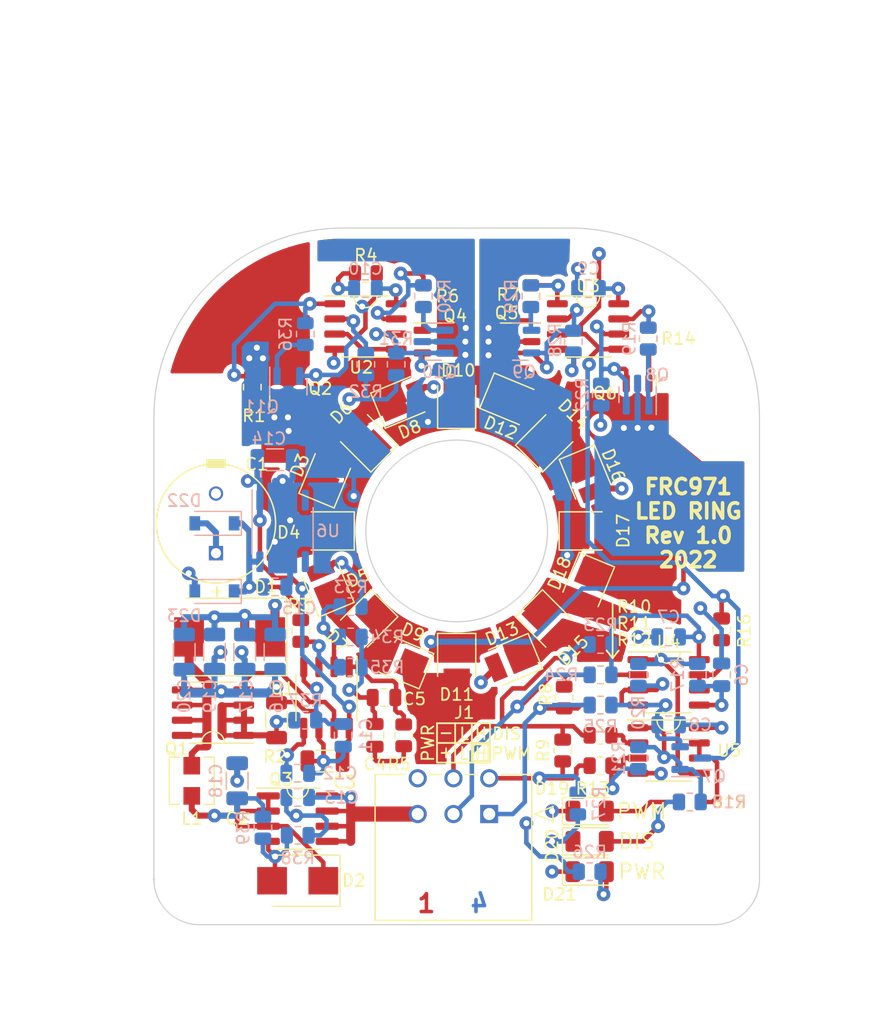
<source format=kicad_pcb>
(kicad_pcb (version 20211014) (generator pcbnew)
  (layers (0 "F.Cu" signal) (1 "In1.Cu" signal) (2 "In2.Cu" signal) (31 "B.Cu" signal) (34 "B.Paste" user) (35 "F.Paste" user) (36 "B.SilkS" user "B.Silkscreen") (37 "F.SilkS" user "F.Silkscreen") (38 "B.Mask" user) (39 "F.Mask" user) (44 "Edge.Cuts" user))
  (net 0 "")
  (net 1 "/VIN")
  (net 2 "GND")
  (net 3 "+5V")
  (net 4 "/Boost Converter/+15V")
  (net 5 "Net-(D2-Pad2)")
  (net 6 "/LED Current Regulator/LED1_NEG")
  (net 7 "/LED1A")
  (net 8 "/LED Current Regulator/LED2_NEG")
  (net 9 "/LED Current Regulator/LED3_NEG")
  (net 10 "/LED Current Regulator/LED4_NEG")
  (net 11 "/LED1B")
  (net 12 "Net-(D19-Pad2)")
  (net 13 "Net-(D20-Pad2)")
  (net 14 "Net-(D21-Pad2)")
  (net 15 "/PWM_H")
  (net 16 "/PWM_L")
  (net 17 "/DISABLE_H")
  (net 18 "/DISABLE_L")
  (net 19 "Net-(Q4-Pad1)")
  (net 20 "Net-(Q2-Pad1)")
  (net 21 "Net-(Q7-Pad1)")
  (net 22 "/LED4C")
  (net 23 "Net-(Q8-Pad1)")
  (net 24 "Net-(Q9-Pad1)")
  (net 25 "Net-(Q10-Pad1)")
  (net 26 "Net-(Q11-Pad1)")
  (net 27 "/LED1C")
  (net 28 "Net-(R12-Pad2)")
  (net 29 "/Boost Converter/V_P")
  (net 30 "/Boost Converter/SW")
  (net 31 "Net-(R16-Pad1)")
  (net 32 "Net-(C4-Pad1)")
  (net 33 "Net-(C5-Pad1)")
  (net 34 "Net-(C6-Pad1)")
  (net 35 "Net-(C11-Pad1)")
  (net 36 "/LED4B")
  (net 37 "/LED4A")
  (net 38 "/LED2A")
  (net 39 "/LED2B")
  (net 40 "/LED3C")
  (net 41 "/LED2C")
  (net 42 "/LED3B")
  (net 43 "Net-(Q10-Pad2)")
  (net 44 "/LED3A")
  (net 45 "Net-(C12-Pad1)")
  (net 46 "Net-(Q1-Pad4)")
  (net 47 "Net-(Q11-Pad2)")
  (net 48 "Net-(Q5-Pad1)")
  (net 49 "Net-(Q5-Pad2)")
  (net 50 "Net-(Q6-Pad1)")
  (net 51 "Net-(Q6-Pad2)")
  (net 52 "Net-(Q7-Pad3)")
  (net 53 "Net-(R29-Pad1)")
  (net 54 "Net-(R10-Pad2)")
  (net 55 "Net-(C15-Pad1)")
  (net 56 "Net-(R1-Pad1)")
  (net 57 "Net-(R11-Pad2)")
  (net 58 "Net-(R3-Pad2)")
  (net 59 "Net-(R30-Pad1)")
  (net 60 "Net-(R13-Pad2)")
  (net 61 "Net-(R14-Pad1)")
  (net 62 "Net-(R15-Pad2)")
  (net 63 "Net-(R17-Pad1)")
  (net 64 "Net-(Q1-Pad1)")
  (net 65 "Net-(R33-Pad2)")
  (footprint "Resistor_SMD:R_0805_2012Metric" (layer "F.Cu") (at 163.83 108.585)
    (fp_text reference "R13")
    (fp_text value "1.0k")
  )
  (footprint "LED_SMD:LED_PLCC_2835" (layer "F.Cu") (at 162.687 84.328 -67.5)
    (fp_text reference "D16")
    (fp_text value "GREEN" hide)
  )
  (footprint "LED_SMD:LED_PLCC_2835" (layer "F.Cu") (at 159.385 81.28 45)
    (fp_text reference "D14")
    (fp_text value "GREEN" hide)
  )
  (footprint "LED_SMD:LED_PLCC_2835" (layer "F.Cu") (at 162.687 93.345 -112.5)
    (fp_text reference "D18")
    (fp_text value "GREEN" hide)
  )
  (footprint "LED_SMD:LED_PLCC_2835" (layer "F.Cu") (at 151.765 99.695 -90)
    (fp_text reference "D11")
    (fp_text value "GREEN" hide)
  )
  (footprint "Resistor_SMD:R_0805_2012Metric" (layer "F.Cu") (at 163.83 100.965)
    (fp_text reference "R10")
    (fp_text value "1.0k")
  )
  (footprint "Capacitor_SMD:C_1206_3216Metric" (layer "F.Cu") (at 140.716 108.204 180)
    (fp_text reference "C3")
    (fp_text value "10uF")
  )
  (footprint "LED_SMD:LED_1206_3216Metric" (layer "F.Cu") (at 162.9175 114.935)
    (fp_text reference "D20")
    (fp_text value "DIS")
  )
  (footprint "Package_SO:SO-8_3.9x4.9mm_P1.27mm" (layer "F.Cu") (at 162.7855 71.755)
    (fp_text reference "U3")
    (fp_text value "TLV272QDRG4Q1")
  )
  (footprint "MountingHole:MountingHole_3.2mm_M3" (layer "F.Cu") (at 173.355 79.375)
    (fp_text reference "" hide)
    (fp_text value "MountingHole_3.2mm_M3" hide)
  )
  (footprint "Capacitor_SMD:C_1206_3216Metric" (layer "F.Cu") (at 133.35 109.855 90)
    (fp_text reference "C2")
    (fp_text value "10uF")
  )
  (footprint "LED_SMD:LED_PLCC_2835" (layer "F.Cu") (at 144.145 96.52 -135)
    (fp_text reference "D7")
    (fp_text value "GREEN" hide)
  )
  (footprint "led-ring-driver:430450601" (layer "F.Cu") (at 154.493501 112.643001)
    (fp_text reference "J1")
    (fp_text value "430450601" hide)
  )
  (footprint "Resistor_SMD:R_0805_2012Metric" (layer "F.Cu") (at 160.655 107.315 90)
    (fp_text reference "R9")
    (fp_text value "1.0k")
  )
  (footprint "LED_SMD:LED_PLCC_2835" (layer "F.Cu") (at 144.145 81.28 135)
    (fp_text reference "D6")
    (fp_text value "GREEN" hide)
  )
  (footprint "Resistor_SMD:R_0805_2012Metric" (layer "F.Cu") (at 147.32 106.045 -90)
    (fp_text reference "R5")
    (fp_text value "30k")
  )
  (footprint "LED_SMD:LED_PLCC_2835" (layer "F.Cu") (at 156.337 77.978 -22.5)
    (fp_text reference "D12")
    (fp_text value "GREEN" hide)
  )
  (footprint "Resistor_SMD:R_0805_2012Metric" (layer "F.Cu") (at 148.971 69.215 -90)
    (fp_text reference "R6")
    (fp_text value "1.00k")
  )
  (footprint "Resistor_SMD:R_0805_2012Metric" (layer "F.Cu") (at 134.62 76.835 -90)
    (fp_text reference "R1")
    (fp_text value "1.00k")
  )
  (footprint "LED_SMD:LED_PLCC_2835" (layer "F.Cu") (at 156.337 99.822 -157.5)
    (fp_text reference "D13")
    (fp_text value "GREEN" hide)
  )
  (footprint "LED_SMD:LED_PLCC_2835" (layer "F.Cu") (at 147.193 99.822 157.5)
    (fp_text reference "D9")
    (fp_text value "GREEN" hide)
  )
  (footprint "Package_SO:SO-8_3.9x4.9mm_P1.27mm" (layer "F.Cu") (at 169.545 107.315)
    (fp_text reference "U5")
    (fp_text value "TLV272QDRG4Q1")
  )
  (footprint "LED_SMD:LED_PLCC_2835" (layer "F.Cu") (at 140.843 93.472 112.5)
    (fp_text reference "D5")
    (fp_text value "GREEN" hide)
  )
  (footprint "LED_SMD:LED_1206_3216Metric" (layer "F.Cu") (at 162.9175 117.475)
    (fp_text reference "D21")
    (fp_text value "PWR")
  )
  (footprint "Resistor_SMD:R_0805_2012Metric" (layer "F.Cu") (at 160.782 102.87 90)
    (fp_text reference "R8")
    (fp_text value "1.0k")
  )
  (footprint "LED_SMD:LED_1206_3216Metric" (layer "F.Cu") (at 162.9175 112.395)
    (fp_text reference "D19")
    (fp_text value "PWM")
  )
  (footprint "Package_SO:SOIC-8_3.9x4.9mm_P1.27mm" (layer "F.Cu") (at 138.43 113.03)
    (fp_text reference "Q3")
    (fp_text value "SI4143DY-T1-GE3")
  )
  (footprint "Resistor_SMD:R_0805_2012Metric" (layer "F.Cu") (at 157.988 69.215 -90)
    (fp_text reference "R7")
    (fp_text value "1.00k")
  )
  (footprint "LED_SMD:LED_PLCC_2835" (layer "F.Cu") (at 151.765 78.105 90)
    (fp_text reference "D10")
    (fp_text value "GREEN" hide)
  )
  (footprint "MountingHole:MountingHole_3.2mm_M3" (layer "F.Cu") (at 173.355 118.11)
    (fp_text reference "" hide)
    (fp_text value "MountingHole_3.2mm_M3" hide)
  )
  (footprint "led-ring-driver:SRP3020C-1R0M" (layer "F.Cu") (at 129.54 109.855 90)
    (fp_text reference "L1")
    (fp_text value "6.8uH")
  )
  (footprint "Resistor_SMD:R_0805_2012Metric" (layer "F.Cu") (at 163.83 103.505)
    (fp_text reference "R11")
    (fp_text value "1.0k")
  )
  (footprint "LED_SMD:LED_PLCC_2835" (layer "F.Cu") (at 140.97 88.9 180)
    (fp_text reference "D4")
    (fp_text value "GREEN" hide)
  )
  (footprint "MountingHole:MountingHole_3.2mm_M3" (layer "F.Cu") (at 130.175 79.375)
    (fp_text reference "" hide)
    (fp_text value "MountingHole_3.2mm_M3" hide)
  )
  (footprint "Capacitor_SMD:C_0805_2012Metric" (layer "F.Cu") (at 144.907 106.045 90)
    (fp_text reference "C4")
    (fp_text value "470pF")
  )
  (footprint "Resistor_SMD:R_0805_2012Metric" (layer "F.Cu") (at 138.684 97.282 -90)
    (fp_text reference "R3")
    (fp_text value "30.0k")
  )
  (footprint "Resistor_SMD:R_0805_2012Metric" (layer "F.Cu") (at 144.145 67.31)
    (fp_text reference "R4")
    (fp_text value "1.0k")
  )
  (footprint "Package_TO_SOT_SMD:SOT-23" (layer "F.Cu") (at 166.9415 77.47 -90)
    (fp_text reference "Q6")
    (fp_text value "MMBT4401")
  )
  (footprint "Diode_SMD:D_SMB" (layer "F.Cu") (at 138.43 118.237 180)
    (fp_text reference "D2")
    (fp_text value "12V")
  )
  (footprint "led-ring-driver:CAPPRD500W60D1000H950" (layer "F.Cu") (at 131.572 88.265 90)
    (fp_text reference "C1")
    (fp_text value "270uF 25V")
  )
  (footprint "LED_SMD:LED_PLCC_2835" (layer "F.Cu") (at 140.843 84.328 67.5)
    (fp_text reference "D3")
    (fp_text value "GREEN" hide)
  )
  (footprint "Package_SO:SO-8_3.9x4.9mm_P1.27mm" (layer "F.Cu") (at 144.11 71.755)
    (fp_text reference "U2")
    (fp_text value "TLV272QDRG4Q1")
  )
  (footprint "Package_SO:SO-8_3.9x4.9mm_P1.27mm" (layer "F.Cu") (at 169.545 101.6)
    (fp_text reference "U4")
    (fp_text value "TLV272QDRG4Q1")
  )
  (footprint "Package_TO_SOT_SMD:SOT-23" (layer "F.Cu") (at 149.825 73.025)
    (fp_text reference "Q4")
    (fp_text value "MMBT4401")
  )
  (footprint "Package_TO_SOT_SMD:SOT-23" (layer "F.Cu") (at 157.1055 73.025)
    (fp_text reference "Q5")
    (fp_text value "MMBT4401")
  )
  (footprint "Capacitor_SMD:C_0805_2012Metric" (layer "F.Cu") (at 145.669 102.87 180)
    (fp_text reference "C5")
    (fp_text value "DNI")
  )
  (footprint "Resistor_SMD:R_1206_3216Metric" (layer "F.Cu") (at 136.652 104.775 90)
    (fp_text reference "R2")
    (fp_text value "90m")
  )
  (footprint "Package_SO:SO-8_3.9x4.9mm_P1.27mm" (layer "F.Cu") (at 140.843 102.87 -90)
    (fp_text reference "U1")
    (fp_text value "MIC2196YM")
  )
  (footprint "Package_SO:SO-8_3.9x4.9mm_P1.27mm" (layer "F.Cu") (at 131.318 104.14 180)
    (fp_text reference "Q1")
    (fp_text value "SI4116DY-T1-GE3")
  )
  (footprint "LED_SMD:LED_PLCC_2835" (layer "F.Cu") (at 147.193 77.978 22.5)
    (fp_text reference "D8")
    (fp_text value "GREEN" hide)
  )
  (footprint "MountingHole:MountingHole_3.2mm_M3" (layer "F.Cu") (at 130.175 118.11)
    (fp_text reference "" hide)
    (fp_text value "MountingHole_3.2mm_M3" hide)
  )
  (footprint "Resistor_SMD:R_0805_2012Metric" (layer "F.Cu") (at 163.83 106.045)
    (fp_text reference "R12")
    (fp_text value "1.0k")
  )
  (footprint "LED_SMD:LED_PLCC_2835" (layer "F.Cu") (at 159.385 96.52 -45)
    (fp_text reference "D15")
    (fp_text value "GREEN" hide)
  )
  (footprint "Resistor_SMD:R_0805_2012Metric" (layer "F.Cu") (at 173.99 97.155 90)
    (fp_text reference "R16")
    (fp_text value "9.09k")
  )
  (footprint "Package_TO_SOT_SMD:SOT-23" (layer "F.Cu") (at 137.6425 76.835 90)
    (fp_text reference "Q2")
    (fp_text value "MMBT4401")
  )
  (footprint "LED_SMD:LED_PLCC_2835" (layer "F.Cu") (at 162.56 88.9)
    (fp_text reference "D17")
    (fp_text value "GREEN" hide)
  )
  (footprint "Resistor_SMD:R_0805_2012Metric" (layer "F.Cu") (at 171.323 111.633)
    (fp_text reference "R15")
    (fp_text value "1.0k")
  )
  (footprint "Diode_SMD:D_SMC" (layer "F.Cu") (at 132.715 97.79 180)
    (fp_text reference "D1")
    (fp_text value "B330-13-F")
  )
  (footprint "Resistor_SMD:R_0805_2012Metric" (layer "F.Cu") (at 167.8305 72.771 -90)
    (fp_text reference "R14")
    (fp_text value "1.00k")
  )
  (footprint "Resistor_SMD:R_0805_2012Metric" (layer "B.Cu") (at 146.685 74.93 -90)
    (fp_text reference "R31")
    (fp_text value "10.0R")
  )
  (footprint "Resistor_SMD:R_0805_2012Metric" (layer "B.Cu") (at 142.875 97.79)
    (fp_text reference "R34")
    (fp_text value "909R")
  )
  (footprint "Capacitor_SMD:C_1206_3216Metric" (layer "B.Cu") (at 133.35 109.855 90)
    (fp_text reference "C18")
    (fp_text value "10uF")
  )
  (footprint "Package_TO_SOT_SMD:SOT-23" (layer "B.Cu") (at 149.825 73.025 180)
    (fp_text reference "Q10")
    (fp_text value "MMBT4401")
  )
  (footprint "Diode_SMD:D_SOD-123" (layer "B.Cu") (at 131.445 93.98 180)
    (fp_text reference "D23")
    (fp_text value "CDBW0520L-G")
  )
  (footprint "Resistor_SMD:R_0805_2012Metric" (layer "B.Cu") (at 138.43 114.427)
    (fp_text reference "R38")
    (fp_text value "1.0k")
  )
  (footprint "Resistor_SMD:R_0805_2012Metric" (layer "B.Cu") (at 163.83 98.425 180)
    (fp_text reference "R23")
    (fp_text value "1.0k")
  )
  (footprint "Resistor_SMD:R_0805_2012Metric" (layer "B.Cu") (at 162.9175 117.475 180)
    (fp_text reference "R26")
    (fp_text value "10k")
  )
  (footprint "Capacitor_SMD:C_1206_3216Metric" (layer "B.Cu") (at 133.985 99.06 -90)
    (fp_text reference "C17")
    (fp_text value "10uF")
  )
  (footprint "Package_TO_SOT_SMD:SOT-23" (layer "B.Cu") (at 137.6425 76.835 -90)
    (fp_text reference "Q11")
    (fp_text value "MMBT4401")
  )
  (footprint "Package_TO_SOT_SMD:SOT-23" (layer "B.Cu") (at 157.1055 73.025 180)
    (fp_text reference "Q9")
    (fp_text value "MMBT4401")
  )
  (footprint "Package_TO_SOT_SMD:SOT-23" (layer "B.Cu") (at 166.9415 77.47 90)
    (fp_text reference "Q8")
    (fp_text value "MMBT4401")
  )
  (footprint "Capacitor_SMD:C_1206_3216Metric" (layer "B.Cu") (at 136.525 82.931)
    (fp_text reference "C14")
    (fp_text value "10uF")
  )
  (footprint "Capacitor_SMD:C_1206_3216Metric" (layer "B.Cu") (at 128.905 99.06 -90)
    (fp_text reference "C20")
    (fp_text value "10uF")
  )
  (footprint "Resistor_SMD:R_0805_2012Metric" (layer "B.Cu") (at 135.509 113.792 -90)
    (fp_text reference "R39")
    (fp_text value "10.0k")
  )
  (footprint "Capacitor_SMD:C_0805_2012Metric" (layer "B.Cu") (at 169.545 97.79 180)
    (fp_text reference "C7")
    (fp_text value "0.1uF")
  )
  (footprint "Resistor_SMD:R_0805_2012Metric" (layer "B.Cu") (at 144.145 74.93 -90)
    (fp_text reference "R32")
    (fp_text value "10.0R")
  )
  (footprint "Capacitor_SMD:C_0805_2012Metric" (layer "B.Cu") (at 169.545 105.156 180)
    (fp_text reference "C8")
    (fp_text value "0.1uF")
  )
  (footprint "Resistor_SMD:R_0805_2012Metric" (layer "B.Cu") (at 139.065 104.775 180)
    (fp_text reference "R37")
    (fp_text value "100R")
  )
  (footprint "Package_TO_SOT_SMD:SOT-23" (layer "B.Cu") (at 171.45 107.95)
    (fp_text reference "Q7")
    (fp_text value "2N7002")
  )
  (footprint "Resistor_SMD:R_0805_2012Metric" (layer "B.Cu") (at 171.958 100.965 -90)
    (fp_text reference "R17")
    (fp_text value "100k")
  )
  (footprint "Diode_SMD:D_SOD-123" (layer "B.Cu") (at 131.445 88.265 180)
    (fp_text reference "D22")
    (fp_text value "CDBW0520L-G")
  )
  (footprint "Resistor_SMD:R_0805_2012Metric" (layer "B.Cu") (at 148.971 69.215 -90)
    (fp_text reference "R30")
    (fp_text value "1.00k")
  )
  (footprint "Resistor_SMD:R_0805_2012Metric" (layer "B.Cu") (at 161.925 111.76 -90)
    (fp_text reference "R27")
    (fp_text value "1.0k")
  )
  (footprint "Capacitor_SMD:C_0805_2012Metric" (layer "B.Cu") (at 144.11 68.58 180)
    (fp_text reference "C10")
    (fp_text value "0.1uF")
  )
  (footprint "Capacitor_SMD:C_0805_2012Metric" (layer "B.Cu") (at 142.24 106.045 -90)
    (fp_text reference "C11")
    (fp_text value "470pF")
  )
  (footprint "Capacitor_SMD:C_0805_2012Metric" (layer "B.Cu") (at 162.8205 68.58 180)
    (fp_text reference "C9")
    (fp_text value "0.1uF")
  )
  (footprint "Resistor_SMD:R_0805_2012Metric" (layer "B.Cu") (at 161.5505 73.025 -90)
    (fp_text reference "R28")
    (fp_text value "10.0R")
  )
  (footprint "Capacitor_SMD:C_1206_3216Metric" (layer "B.Cu") (at 136.525 99.06 -90)
    (fp_text reference "C16")
    (fp_text value "10uF")
  )
  (footprint "Capacitor_SMD:C_0805_2012Metric" (layer "B.Cu") (at 138.43 109.22)
    (fp_text reference "C12")
    (fp_text value "1.0uF")
  )
  (footprint "Resistor_SMD:R_0805_2012Metric" (layer "B.Cu") (at 142.875 95.25 180)
    (fp_text reference "R33")
    (fp_text value "10k")
  )
  (footprint "Resistor_SMD:R_0805_2012Metric" (layer "B.Cu") (at 171.323 111.633)
    (fp_text reference "R18")
    (fp_text value "1.0k")
  )
  (footprint "Resistor_SMD:R_0805_2012Metric" (layer "B.Cu") (at 163.83 100.965 180)
    (fp_text reference "R24")
    (fp_text value "1.0k")
  )
  (footprint "Resistor_SMD:R_0805_2012Metric" (layer "B.Cu") (at 142.875 100.33)
    (fp_text reference "R35")
    (fp_text value "10k")
  )
  (footprint "Resistor_SMD:R_0805_2012Metric" (layer "B.Cu") (at 163.8935 77.47 -90)
    (fp_text reference "R22")
    (fp_text value "10.0R")
  )
  (footprint "Resistor_SMD:R_0805_2012Metric" (layer "B.Cu") (at 167.005 107.95 90)
    (fp_text reference "R21")
    (fp_text value "100k")
  )
  (footprint "Resistor_SMD:R_0805_2012Metric" (layer "B.Cu") (at 139.065 72.39 -90)
    (fp_text reference "R36")
    (fp_text value "1.00k")
  )
  (footprint "Capacitor_SMD:C_0805_2012Metric" (layer "B.Cu") (at 138.43 111.252 180)
    (fp_text reference "C13")
    (fp_text value "1.0uF")
  )
  (footprint "Capacitor_SMD:C_0805_2012Metric" (layer "B.Cu") (at 136.525 93.599)
    (fp_text reference "C15")
    (fp_text value "1.0uF")
  )
  (footprint "Resistor_SMD:R_0805_2012Metric" (layer "B.Cu") (at 157.988 69.215 -90)
    (fp_text reference "R29")
    (fp_text value "1.00k")
  )
  (footprint "Capacitor_SMD:C_1206_3216Metric" (layer "B.Cu") (at 131.445 99.06 -90)
    (fp_text reference "C19")
    (fp_text value "10uF")
  )
  (footprint "Resistor_SMD:R_0805_2012Metric" (layer "B.Cu") (at 167.005 100.965 90)
    (fp_text reference "R20")
    (fp_text value "100k")
  )
  (footprint "Resistor_SMD:R_0805_2012Metric" (layer "B.Cu") (at 167.8305 72.771 -90)
    (fp_text reference "R19")
    (fp_text value "1.00k")
  )
  (footprint "Capacitor_SMD:C_0805_2012Metric" (layer "B.Cu") (at 173.99 100.965 90)
    (fp_text reference "C6")
    (fp_text value "0.1uF")
  )
  (footprint "Resistor_SMD:R_0805_2012Metric" (layer "B.Cu") (at 163.83 103.505)
    (fp_text reference "R25")
    (fp_text value "1.0k")
  )
  (footprint "Package_SO:SO-8_3.9x4.9mm_P1.27mm" (layer "B.Cu") (at 137.16 88.9 -90)
    (fp_text reference "U6")
    (fp_text value "TL751L05CD")
  )
  (gr_line (start 151.638 105.029) (end 151.638 108.331) (layer "F.SilkS") (width 0.15))
  (gr_line (start 153.035 105.029) (end 153.035 108.331) (layer "F.SilkS") (width 0.15))
  (gr_line (start 164.846 99.568) (end 164.338 98.933) (layer "F.SilkS") (width 0.15))
  (gr_rect (start 153.162 106.807) (end 154.432 108.204) (layer "F.SilkS") (width 0.15) (fill none))
  (gr_line (start 164.846 99.568) (end 165.354 98.933) (layer "F.SilkS") (width 0.15))
  (gr_line (start 164.846 94.869) (end 164.846 99.568) (layer "F.SilkS") (width 0.15))
  (gr_line (start 150.114 106.68) (end 154.559 106.68) (layer "F.SilkS") (width 0.15))
  (gr_rect (start 150.114 105.029) (end 154.559 108.331) (layer "F.SilkS") (width 0.15) (fill none))
  (gr_line locked (start 177.165 118.11) (end 177.165 79.375) (layer "Edge.Cuts") (width 0.1))
  (gr_arc locked (start 177.165 118.11) (mid 176.049077 120.804077) (end 173.355 121.92) (layer "Edge.Cuts") (width 0.1))
  (gr_arc locked (start 126.365 79.375) (mid 131.01468 68.14968) (end 142.24 63.5) (layer "Edge.Cuts") (width 0.1))
  (gr_circle locked (center 151.765 88.9) (end 159.385 88.9) (layer "Edge.Cuts") (width 0.1) (fill none))
  (gr_line locked (start 130.175 121.92) (end 173.355 121.92) (layer "Edge.Cuts") (width 0.1))
  (gr_arc locked (start 130.175 121.92) (mid 127.480923 120.804077) (end 126.365 118.11) (layer "Edge.Cuts") (width 0.1))
  (gr_arc locked (start 161.29 63.5) (mid 172.51532 68.14968) (end 177.165 79.375) (layer "Edge.Cuts") (width 0.1))
  (gr_arc (start 126.365 118.11) (mid 126.365 118.11) (end 126.365 118.11) (layer "Edge.Cuts") (width 0.1))
  (gr_line locked (start 126.365 79.375) (end 126.365 118.11) (layer "Edge.Cuts") (width 0.1))
  (gr_line locked (start 161.29 63.5) (end 142.24 63.5) (layer "Edge.Cuts") (width 0.1))
  (gr_text "1" (at 149.225 120.142) (layer "F.Cu") (effects (font (size 1.5 1.5) (thickness 0.3))))
  (gr_text "4" (at 153.67 120.142) (layer "B.Cu") (effects (font (size 1.5 1.5) (thickness 0.3)) (justify mirror)))
  (gr_text "FRC971\nLED RING\nRev 1.0\n2022" (at 171.196 88.265) (layer "F.SilkS") (effects (font (size 1.27 1.27) (thickness 0.3))))
  (gr_text "H" (at 153.797 107.569) (layer "F.SilkS") (effects (font (size 1 1))))
  (gr_text "DIS" (at 155.956 105.918) (layer "F.SilkS") (effects (font (size 1 1))))
  (gr_text "PWM" (at 156.337 107.569) (layer "F.SilkS") (effects (font (size 1 1))))
  (gr_text "+" (at 150.876 107.442) (layer "F.SilkS") (effects (font (size 1 1))))
  (gr_text "L" (at 152.4 105.918) (layer "F.SilkS") (effects (font (size 1 1))))
  (gr_text "-" (at 150.876 105.791) (layer "F.SilkS") (effects (font (size 1 1))))
  (gr_text "L" (at 152.4 107.569) (layer "F.SilkS") (effects (font (size 1 1))))
  (gr_text "H" (at 153.797 105.918) (layer "F.SilkS") (effects (font (size 1 1))))
  (gr_text "PWR" (at 149.352 106.68 90) (layer "F.SilkS") (effects (font (size 1 1))))
  (segment (start 148.493503 112.643001) (end 143.261999 112.643001) (width 1.27) (layer "F.Cu") (net 1))
  (segment (start 142.748 111.125) (end 142.875 111.252) (width 0.381) (layer "F.Cu") (net 1))
  (segment (start 142.875 111.125) (end 142.875 113.284) (width 0.762) (layer "F.Cu") (net 1))
  (segment (start 142.875 112.522) (end 142.875 111.125) (width 0.762) (layer "F.Cu") (net 1))
  (segment (start 142.875 113.284) (end 142.875 113.665) (width 0.762) (layer "F.Cu") (net 1))
  (segment (start 140.905 111.125) (end 142.748 111.125) (width 0.381) (layer "F.Cu") (net 1))
  (segment (start 142.748 112.395) (end 142.875 112.522) (width 0.381) (layer "F.Cu") (net 1))
  (segment (start 140.905 113.665) (end 142.875 113.665) (width 0.381) (layer "F.Cu") (net 1))
  (segment (start 143.261999 112.643001) (end 143.256 112.649) (width 1.27) (layer "F.Cu") (net 1))
  (segment (start 140.905 114.935) (end 142.875 114.935) (width 0.381) (layer "F.Cu") (net 1))
  (segment (start 142.880999 112.770001) (end 142.875 112.776) (width 0.762) (layer "F.Cu") (net 1))
  (segment (start 142.875 112.776) (end 142.875 112.522) (width 0.762) (layer "F.Cu") (net 1))
  (segment (start 142.875 113.665) (end 142.875 114.935) (width 0.762) (layer "F.Cu") (net 1))
  (segment (start 140.905 112.395) (end 142.748 112.395) (width 0.381) (layer "F.Cu") (net 1))
  (via (at 142.875 111.252) (size 1.143) (drill 0.508) (layers "F.Cu" "B.Cu") (net 1))
  (segment (start 139.38 111.252) (end 142.875 111.252) (width 0.381) (layer "B.Cu") (net 1))
  (segment (start 141.824 67.726) (end 141.824 68.58) (width 0.381) (layer "F.Cu") (net 2))
  (segment (start 161.3535 73.66) (end 161.6075 73.914) (width 0.381) (layer "F.Cu") (net 2))
  (segment (start 138.303 103.251) (end 136.7135 103.251) (width 0.381) (layer "F.Cu") (net 2))
  (segment (start 166.97 109.22) (end 168.865322 109.22) (width 0.381) (layer "F.Cu") (net 2))
  (segment (start 161.5175 117.475) (end 159.766 117.475) (width 0.381) (layer "F.Cu") (net 2))
  (segment (start 139.241 108.204) (end 140.589 108.204) (width 0.381) (layer "F.Cu") (net 2))
  (segment (start 136.652 103.3125) (end 136.652 101.981) (width 0.508) (layer "F.Cu") (net 2))
  (segment (start 133.35 109.855) (end 133.35 108.38) (width 0.508) (layer "F.Cu") (net 2))
  (segment (start 141.535 74.711) (end 141.443 74.803) (width 0.381) (layer "F.Cu") (net 2))
  (segment (start 161.6075 75.2475) (end 161.417 75.438) (width 0.381) (layer "F.Cu") (net 2))
  (segment (start 140.208 104.267) (end 139.954 104.013) (width 0.381) (layer "F.Cu") (net 2))
  (segment (start 144.907 104.14) (end 144.907 105.095) (width 0.381) (layer "F.Cu") (net 2))
  (segment (start 141.535 73.66) (end 141.535 74.711) (width 0.381) (layer "F.Cu") (net 2))
  (segment (start 143.637 102.87) (end 144.719 102.87) (width 0.381) (layer "F.Cu") (net 2))
  (segment (start 139.065 104.013) (end 138.303 103.251) (width 0.381) (layer "F.Cu") (net 2))
  (segment (start 160.2105 73.66) (end 161.3535 73.66) (width 0.381) (layer "F.Cu") (net 2))
  (segment (start 161.5175 112.395) (end 159.766 112.395) (width 0.381) (layer "F.Cu") (net 2))
  (segment (start 169.291 103.505) (end 166.97 103.505) (width 0.381) (layer "F.Cu") (net 2))
  (segment (start 142.24 67.31) (end 141.824 67.726) (width 0.381) (layer "F.Cu") (net 2))
  (segment (start 143.002 102.235) (end 143.637 102.87) (width 0.381) (layer "F.Cu") (net 2))
  (segment (start 136.7135 103.251) (end 136.652 103.3125) (width 0.381) (layer "F.Cu") (net 2))
  (segment (start 168.865322 109.22) (end 168.902855 109.257533) (width 0.381) (layer "F.Cu") (net 2))
  (segment (start 140.208 106.426) (end 140.208 105.445) (width 0.381) (layer "F.Cu") (net 2))
  (segment (start 140.589 108.204) (end 140.589 106.807) (width 0.381) (layer "F.Cu") (net 2))
  (segment (start 161.5175 114.935) (end 159.766 114.935) (width 0.381) (layer "F.Cu") (net 2))
  (segment (start 144.719 103.952) (end 144.907 104.14) (width 0.381) (layer "F.Cu") (net 2))
  (segment (start 139.954 104.013) (end 139.065 104.013) (width 0.381) (layer "F.Cu") (net 2))
  (segment (start 144.719 102.87) (end 144.719 103.952) (width 0.381) (layer "F.Cu") (net 2))
  (segment (start 161.6075 73.914) (end 161.6075 75.2475) (width 0.381) (layer "F.Cu") (net 2))
  (segment (start 140.208 105.445) (end 140.208 104.267) (width 0.381) (layer "F.Cu") (net 2))
  (segment (start 140.589 106.807) (end 140.208 106.426) (width 0.381) (layer "F.Cu") (net 2))
  (segment (start 143.2325 67.31) (end 142.24 67.31) (width 0.381) (layer "F.Cu") (net 2))
  (segment (start 142.748 102.235) (end 143.002 102.235) (width 0.381) (layer "F.Cu") (net 2))
  (via (at 169.291 103.505) (size 1.143) (drill 0.508) (layers "F.Cu" "B.Cu") (net 2))
  (via (at 137.16 84.709) (size 1.143) (drill 0.508) (layers "F.Cu" "B.Cu") (net 2))
  (via (at 172.212 95.377) (size 1.143) (drill 0.508) (layers "F.Cu" "B.Cu") (net 2))
  (via (at 131.953 99.06) (size 1.143) (drill 0.508) (layers "F.Cu" "B.Cu") (net 2))
  (via (at 136.505433 89.808567) (size 1.143) (drill 0.508) (layers "F.Cu" "B.Cu") (net 2))
  (via (at 132.016 102.362) (size 1.143) (drill 0.508) (layers "F.Cu" "B.Cu") (net 2))
  (via (at 138.303 112.776) (size 1.143) (drill 0.508) (layers "F.Cu" "B.Cu") (net 2))
  (via (at 133.35 109.855) (size 1.143) (drill 0.508) (layers "F.Cu" "B.Cu") (net 2))
  (via (at 141.443 74.803) (size 1.143) (drill 0.508) (layers "F.Cu" "B.Cu") (net 2))
  (via (at 161.417 75.438) (size 1.143) (drill 0.508) (layers "F.Cu" "B.Cu") (net 2))
  (via (at 161.925 66.929) (size 1.143) (drill 0.508) (layers "F.Cu" "B.Cu") (net 2))
  (via (at 136.652 101.981) (size 1.143) (drill 0.508) (layers "F.Cu" "B.Cu") (net 2))
  (via (at 141.824 68.58) (size 1.143) (drill 0.508) (layers "F.Cu" "B.Cu") (net 2))
  (via (at 142.748 77.851) (size 1.143) (drill 0.508) (layers "F.Cu" "B.Cu") (net 2))
  (via (at 167.005 97.79) (size 1.143) (drill 0.508) (layers "F.Cu" "B.Cu") (net 2))
  (via (at 159.766 114.935) (size 1.143) (drill 0.508) (layers "F.Cu" "B.Cu") (net 2))
  (via (at 137.795 88.011) (size 1.143) (drill 0.508) (layers "F.Cu" "B.Cu") (net 2))
  (via (at 163.83 80.01) (size 1.143) (drill 0.508) (layers "F.Cu" "B.Cu") (net 2))
  (via (at 133.731 99.06) (size 1.143) (drill 0.508) (layers "F.Cu" "B.Cu") (net 2))
  (via (at 159.766 117.475) (size 1.143) (drill 0.508) (layers "F.Cu" "B.Cu") (net 2))
  (via (at 142.748 102.235) (size 1.143) (drill 0.508) (layers "F.Cu" "B.Cu") (net 2))
  (via (at 168.902855 109.257533) (size 1.143) (drill 0.508) (layers "F.Cu" "B.Cu") (net 2))
  (via (at 140.589 108.204) (size 1.143) (drill 0.508) (layers "F.Cu" "B.Cu") (net 2))
  (via (at 159.766 112.395) (size 1.143) (drill 0.508) (layers "F.Cu" "B.Cu") (net 2))
  (segment (start 173.99 100.015) (end 173.99 97.155) (width 0.381) (layer "B.Cu") (net 2))
  (segment (start 136.525 101.981) (end 136.017 102.489) (width 0.762) (layer "B.Cu") (net 2))
  (segment (start 140.335 109.22) (end 139.38 109.22) (width 0.381) (layer "B.Cu") (net 2))
  (segment (start 136.525 91.475) (end 137.795 91.475) (width 0.508) (layer "B.Cu") (net 2))
  (segment (start 133.35 108.38) (end 133.35 109.855) (width 0.508) (layer "B.Cu") (net 2))
  (segment (start 137.48 112.395) (end 137.861 112.776) (width 0.381) (layer "B.Cu") (net 2))
  (segment (start 144.018 77.851) (end 142.748 77.851) (width 0.381) (layer "B.Cu") (net 2))
  (segment (start 137.795 84.709) (end 137.16 84.709) (width 0.508) (layer "B.Cu") (net 2))
  (segment (start 140.462 112.776) (end 138.303 112.776) (width 0.381) (layer "B.Cu") (net 2))
  (segment (start 131.191 102.489) (end 128.905 102.489) (width 0.762) (layer "B.Cu") (net 2))
  (segment (start 145.923 77.851) (end 144.018 77.851) (width 0.381) (layer "B.Cu") (net 2))
  (segment (start 161.925 113.665) (end 160.655 114.935) (width 0.381) (layer "B.Cu") (net 2))
  (segment (start 161.8705 68.58) (end 161.8705 66.9835) (width 0.381) (layer "B.Cu") (net 2))
  (segment (start 132.016 102.362) (end 131.889 102.489) (width 0.762) (layer "B.Cu") (net 2))
  (segment (start 133.985 100.535) (end 133.985 102.489) (width 0.508) (layer "B.Cu") (net 2))
  (segment (start 133.731 99.06) (end 133.731 99.441) (width 0.508) (layer "B.Cu") (net 2))
  (segment (start 170.5125 106.5045) (end 170.33302 106.32502) (width 0.381) (layer "B.Cu") (net 2))
  (segment (start 138 84.504) (end 137.795 84.709) (width 0.508) (layer "B.Cu") (net 2))
  (segment (start 161.5505 73.9375) (end 161.5505 75.3045) (width 0.381) (layer "B.Cu") (net 2))
  (segment (start 161.8705 66.9835) (end 161.925 66.929) (width 0.381) (layer "B.Cu") (net 2))
  (segment (start 136.525 100.535) (end 136.525 101.854) (width 0.508) (layer "B.Cu") (net 2))
  (segment (start 168.595 106.111) (end 168.595 105.156) (width 0.381) (layer "B.Cu") (net 2))
  (segment (start 164.7425 103.505) (end 169.291 103.505) (width 0.381) (layer "B.Cu") (net 2))
  (segment (start 136.017 102.489) (end 133.985 102.489) (width 0.762) (layer "B.Cu") (net 2))
  (segment (start 131.445 102.235) (end 131.191 102.489) (width 0.508) (layer "B.Cu") (net 2))
  (segment (start 146.558 77.216) (end 145.923 77.851) (width 0.381) (layer "B.Cu") (net 2))
  (segment (start 160.655 114.935) (end 159.766 114.935) (width 0.381) (layer "B.Cu") (net 2))
  (segment (start 140.589 108.966) (end 140.335 109.22) (width 0.381) (layer "B.Cu") (net 2))
  (segment (start 137.795 86.325) (end 137.795 84.709) (width 0.508) (layer "B.Cu") (net 2))
  (segment (start 136.652 101.981) (end 136.525 101.981) (width 0.508) (layer "B.Cu") (net 2))
  (segment (start 136.525 84.709) (end 136.525 86.325) (width 0.508) (layer "B.Cu") (net 2))
  (segment (start 144.145 77.724) (end 144.018 77.851) (width 0.381) (layer "B.Cu") (net 2))
  (segment (start 170.5125 107) (end 170.5125 106.5045) (width 0.381) (layer "B.Cu") (net 2))
  (segment (start 163.8935 78.3825) (end 163.8935 79.9465) (width 0.381) (layer "B.Cu") (net 2))
  (segment (start 133.731 99.441) (end 133.985 99.695) (width 0.508) (layer "B.Cu") (net 2))
  (segment (start 161.925 112.6725) (end 161.925 113.665) (width 0.381) (layer "B.Cu") (net 2))
  (segment (start 140.589 108.204) (end 140.589 108.966) (width 0.381) (layer "B.Cu") (net 2))
  (segment (start 136.525 101.854) (end 136.652 101.981) (width 0.508) (layer "B.Cu") (net 2))
  (segment (start 139.3425 114.427) (end 140.335 114.427) (width 0.381) (layer "B.Cu") (net 2))
  (segment (start 168.80902 106.32502) (end 168.595 106.111) (width 0.381) (layer "B.Cu") (net 2))
  (segment (start 137.48 111.252) (end 137.48 112.395) (width 0.381) (layer "B.Cu") (net 2))
  (segment (start 137.795 91.475) (end 137.795 93.279) (width 0.508) (layer "B.Cu") (net 2))
  (segment (start 168.595 105.156) (end 168.595 104.201) (width 0.381) (layer "B.Cu") (net 2))
  (segment (start 138 82.931) (end 138 84.504) (width 0.508) (layer "B.Cu") (net 2))
  (segment (start 140.335 114.427) (end 140.843 113.919) (width 0.381) (layer "B.Cu") (net 2))
  (segment (start 131.953 99.06) (end 131.445 99.568) (width 0.508) (layer "B.Cu") (net 2))
  (segment (start 140.843 113.919) (end 140.843 113.157) (width 0.381) (layer "B.Cu") (net 2))
  (segment (start 131.889 102.489) (end 131.191 102.489) (width 0.762) (layer "B.Cu") (net 2))
  (segment (start 131.445 100.535) (end 131.445 102.235) (width 0.508) (layer "B.Cu") (net 2))
  (segment (start 131.445 99.568) (end 131.445 100.535) (width 0.508) (layer "B.Cu") (net 2))
  (segment (start 128.905 100.535) (end 128.905 102.489) (width 0.508) (layer "B.Cu") (net 2))
  (segment (start 142.24 107.823) (end 141.859 108.204) (width 0.381) (layer "B.Cu") (net 2))
  (segment (start 143.129 102.235) (end 142.748 102.235) (width 0.381) (layer "B.Cu") (net 2))
  (segment (start 143.16 68.58) (end 141.824 68.58) (width 0.381) (layer "B.Cu") (net 2))
  (segment (start 168.595 97.79) (end 167.005 97.79) (width 0.381) (layer "B.Cu") (net 2))
  (segment (start 142.24 106.995) (end 142.24 107.823) (width 0.381) (layer "B.Cu") (net 2))
  (segment (start 143.7875 97.79) (end 143.7875 100.33) (width 0.381) (layer "B.Cu") (net 2))
  (segment (start 137.861 112.776) (end 138.303 112.776) (width 0.381) (layer "B.Cu") (net 2))
  (segment (start 146.685 75.8425) (end 146.685 77.089) (width 0.381) (layer "B.Cu") (net 2))
  (segment (start 144.145 75.8425) (end 144.145 77.724) (width 0.381) (layer "B.Cu") (net 2))
  (segment (start 133.985 102.489) (end 131.191 102.489) (width 0.762) (layer "B.Cu") (net 2))
  (segment (start 146.685 77.089) (end 146.558 77.216) (width 0.381) (layer "B.Cu") (net 2))
  (segment (start 170.33302 106.32502) (end 168.80902 106.32502) (width 0.381) (layer "B.Cu") (net 2))
  (segment (start 140.843 113.157) (end 140.462 112.776) (width 0.381) (layer "B.Cu") (net 2))
  (segment (start 141.859 108.204) (end 140.589 108.204) (width 0.381) (layer "B.Cu") (net 2))
  (segment (start 173.99 97.155) (end 172.212 95.377) (width 0.381) (layer "B.Cu") (net 2))
  (segment (start 137.16 84.709) (end 136.525 84.709) (width 0.508) (layer "B.Cu") (net 2))
  (segment (start 143.7875 101.5765) (end 143.129 102.235) (width 0.381) (layer "B.Cu") (net 2))
  (segment (start 161.5505 75.3045) (end 161.417 75.438) (width 0.381) (layer "B.Cu") (net 2))
  (segment (start 143.7875 100.33) (end 143.7875 101.5765) (width 0.381) (layer "B.Cu") (net 2))
  (segment (start 163.8935 79.9465) (end 163.83 80.01) (width 0.381) (layer "B.Cu") (net 2))
  (segment (start 133.985 99.695) (end 133.985 100.535) (width 0.508) (layer "B.Cu") (net 2))
  (segment (start 168.595 104.201) (end 169.291 103.505) (width 0.381) (layer "B.Cu") (net 2))
  (segment (start 137.795 93.279) (end 137.475 93.599) (width 0.508) (layer "B.Cu") (net 2))
  (segment (start 172.085 97.79) (end 172.085 99.66) (width 0.381) (layer "F.Cu") (net 3))
  (segment (start 136.525 92.837) (end 135.255 91.567) (width 0.381) (layer "F.Cu") (net 3))
  (segment (start 165.3255 69.815) (end 165.3605 69.85) (width 0.381) (layer "F.Cu") (net 3))
  (segment (start 165.3255 68.58) (end 165.3255 69.815) (width 0.381) (layer "F.Cu") (net 3))
  (segment (start 142.748 103.632) (end 142.748 105.445) (width 0.381) (layer "F.Cu") (net 3))
  (segment (start 137.922 92.837) (end 136.525 92.837) (width 0.381) (layer "F.Cu") (net 3))
  (segment (start 146.685 69.85) (end 146.685 68.742) (width 0.381) (layer "F.Cu") (net 3))
  (segment (start 142.748 105.445) (end 142.748 106.426) (width 0.381) (layer "F.Cu") (net 3))
  (segment (start 142.191 106.983) (end 142.191 108.204) (width 0.381) (layer "F.Cu") (net 3))
  (segment (start 146.685 68.742) (end 146.65 68.707) (width 0.381) (layer "F.Cu") (net 3))
  (segment (start 172.12 105.41) (end 173.99 105.41) (width 0.381) (layer "F.Cu") (net 3))
  (segment (start 142.748 106.426) (end 142.191 106.983) (width 0.381) (layer "F.Cu") (net 3))
  (segment (start 172.085 99.66) (end 172.12 99.695) (width 0.381) (layer "F.Cu") (net 3))
  (segment (start 135.255 91.567) (end 135.255 88.011) (width 0.381) (layer "F.Cu") (net 3))
  (segment (start 137.922 92.837) (end 138.811 93.726) (width 0.381) (layer "F.Cu") (net 3))
  (via (at 135.255 88.011) (size 1.143) (drill 0.508) (layers "F.Cu" "B.Cu") (net 3))
  (via (at 172.085 97.79) (size 1.143) (drill 0.508) (layers "F.Cu" "B.Cu") (net 3))
  (via (at 165.3255 68.58) (size 1.143) (drill 0.508) (layers "F.Cu" "B.Cu") (net 3))
  (via (at 173.99 105.41) (size 1.143) (drill 0.508) (layers "F.Cu" "B.Cu") (net 3))
  (via (at 146.65 68.707) (size 1.143) (drill 0.508) (layers "F.Cu" "B.Cu") (net 3))
  (via (at 134.239 84.709) (size 1.143) (drill 0.508) (layers "F.Cu" "B.Cu") (net 3))
  (via (at 138.811 93.726) (size 1.143) (drill 0.508) (layers "F.Cu" "B.Cu") (net 3))
  (via (at 142.748 103.632) (size 1.143) (drill 0.508) (layers "F.Cu" "B.Cu") (net 3))
  (segment (start 163.7705 68.58) (end 165.3255 68.58) (width 0.381) (layer "B.Cu") (net 3))
  (segment (start 135.05 82.931) (end 135.05 84.504) (width 0.508) (layer "B.Cu") (net 3))
  (segment (start 145.06 68.58) (end 146.523 68.58) (width 0.381) (layer "B.Cu") (net 3))
  (segment (start 171.069 96.012) (end 172.085 97.028) (width 0.381) (layer "B.Cu") (net 3))
  (segment (start 164.7425 100.965) (end 164.7425 98.425) (width 0.381) (layer "B.Cu") (net 3))
  (segment (start 142.494 103.632) (end 142.748 103.632) (width 0.381) (layer "B.Cu") (net 3))
  (segment (start 135.255 84.709) (end 134.239 84.709) (width 0.508) (layer "B.Cu") (net 3))
  (segment (start 164.7425 98.425) (end 164.7425 97.0045) (width 0.381) (layer "B.Cu") (net 3))
  (segment (start 135.255 88.011) (end 135.255 86.325) (width 0.508) (layer "B.Cu") (net 3))
  (segment (start 164.7425 97.0045) (end 165.735 96.012) (width 0.381) (layer "B.Cu") (net 3))
  (segment (start 165.735 96.012) (end 171.069 96.012) (width 0.381) (layer "B.Cu") (net 3))
  (segment (start 141.478 101.981) (end 138.811 99.314) (width 0.381) (layer "B.Cu") (net 3))
  (segment (start 141.478 102.616) (end 142.494 103.632) (width 0.381) (layer "B.Cu") (net 3))
  (segment (start 173.736 105.156) (end 173.99 105.41) (width 0.381) (layer "B.Cu") (net 3))
  (segment (start 135.255 84.709) (end 135.255 86.325) (width 0.508) (layer "B.Cu") (net 3))
  (segment (start 170.495 105.156) (end 173.736 105.156) (width 0.381) (layer "B.Cu") (net 3))
  (segment (start 138.811 99.314) (end 138.811 93.726) (width 0.381) (layer "B.Cu") (net 3))
  (segment (start 170.495 97.79) (end 172.085 97.79) (width 0.381) (layer "B.Cu") (net 3))
  (segment (start 172.085 97.028) (end 172.085 97.79) (width 0.381) (layer "B.Cu") (net 3))
  (segment (start 135.05 84.504) (end 135.255 84.709) (width 0.508) (layer "B.Cu") (net 3))
  (segment (start 146.523 68.58) (end 146.65 68.707) (width 0.381) (layer "B.Cu") (net 3))
  (segment (start 141.478 101.981) (end 141.478 102.616) (width 0.381) (layer "B.Cu") (net 3))
  (segment (start 163.21319 85.598334) (end 163.702666 85.598334) (width 0.508) (layer "F.Cu") (net 4))
  (segment (start 133.985 96.012) (end 133.985 97.409) (width 0.762) (layer "F.Cu") (net 4))
  (segment (start 141.224 91.821) (end 141.478 91.567) (width 0.508) (layer "F.Cu") (net 4))
  (segment (start 133.985 97.409) (end 134.366 97.79) (width 0.762) (layer "F.Cu") (net 4))
  (segment (start 155.04881 100.34819) (end 153.797 101.6) (width 0.508) (layer "F.Cu") (net 4))
  (segment (start 134.366 97.79) (end 136.115 97.79) (width 0.762) (layer "F.Cu") (net 4))
  (segment (start 141.478 91.567) (end 142.113 91.567) (width 0.508) (layer "F.Cu") (net 4))
  (segment (start 136.525 97.38) (end 136.115 97.79) (width 0.762) (layer "F.Cu") (net 4))
  (segment (start 149.839998 76.835) (end 149.080144 76.835) (width 0.508) (layer "F.Cu") (net 4))
  (segment (start 163.702666 85.598334) (end 163.957 85.344) (width 0.508) (layer "F.Cu") (net 4))
  (segment (start 149.080144 76.835) (end 148.463334 77.45181) (width 0.508) (layer "F.Cu") (net 4))
  (segment (start 140.31681 92.201666) (end 140.843334 92.201666) (width 0.508) (layer "F.Cu") (net 4))
  (segment (start 140.843334 92.201666) (end 141.224 91.821) (width 0.508) (layer "F.Cu") (net 4))
  (segment (start 155.066666 100.34819) (end 155.04881 100.34819) (width 0.508) (layer "F.Cu") (net 4))
  (segment (start 136.525 95.123) (end 136.525 97.38) (width 0.762) (layer "F.Cu") (net 4))
  (segment (start 163.957 85.344) (end 165.608 85.344) (width 0.508) (layer "F.Cu") (net 4))
  (via (at 149.839998 76.835) (size 1.143) (drill 0.508) (layers "F.Cu" "B.Cu") (net 4))
  (via (at 133.985 96.012) (size 1.143) (drill 0.508) (layers "F.Cu" "B.Cu") (net 4))
  (via (at 136.525 95.123) (size 1.143) (drill 0.508) (layers "F.Cu" "B.Cu") (net 4))
  (via (at 165.608 85.344) (size 1.143) (drill 0.508) (layers "F.Cu" "B.Cu") (net 4))
  (via (at 131.445 96.139) (size 1.143) (drill 0.508) (layers "F.Cu" "B.Cu") (net 4))
  (via (at 153.797 101.6) (size 1.143) (drill 0.508) (layers "F.Cu" "B.Cu") (net 4))
  (via (at 142.113 91.567) (size 1.143) (drill 0.508) (layers "F.Cu" "B.Cu") (net 4))
  (via (at 157.607 113.411) (size 1.143) (drill 0.508) (layers "F.Cu" "B.Cu") (net 4))
  (segment (start 158.75 116.205) (end 160.293576 116.205) (width 0.381) (layer "B.Cu") (net 4))
  (segment (start 133.985 96.012) (end 134.112 96.139) (width 0.508) (layer "B.Cu") (net 4))
  (segment (start 133.985 96.012) (end 133.985 97.585) (width 0.508) (layer "B.Cu") (net 4))
  (segment (start 157.607 115.062) (end 158.75 116.205) (width 0.381) (layer "B.Cu") (net 4))
  (segment (start 128.905 96.139) (end 131.445 96.139) (width 0.508) (layer "B.Cu") (net 4))
  (segment (start 160.293576 116.205) (end 160.781511 116.692935) (width 0.381) (layer "B.Cu") (net 4))
  (segment (start 131.572 89.027) (end 131.572 90.765) (width 0.508) (layer "B.Cu") (net 4))
  (segment (start 130.81 88.265) (end 131.572 89.027) (width 0.508) (layer "B.Cu") (net 4))
  (segment (start 136.525 96.139) (end 136.525 95.123) (width 0.508) (layer "B.Cu") (net 4))
  (segment (start 143.7875 93.1145) (end 143.7875 95.25) (width 0.381) (layer "B.Cu") (net 4))
  (segment (start 142.24 91.567) (end 142.113 91.567) (width 0.381) (layer "B.Cu") (net 4))
  (segment (start 160.781511 116.692935) (end 160.781511 117.094) (width 0.381) (layer "B.Cu") (net 4))
  (segment (start 134.112 96.139) (end 136.525 96.139) (width 0.508) (layer "B.Cu") (net 4))
  (segment (start 131.445 96.139) (end 131.445 97.585) (width 0.508) (layer "B.Cu") (net 4))
  (segment (start 131.445 96.139) (end 133.858 96.139) (width 0.762) (layer "B.Cu") (net 4))
  (segment (start 161.162511 117.475) (end 162.005 117.475) (width 0.381) (layer "B.Cu") (net 4))
  (segment (start 143.7875 93.1145) (end 142.24 91.567) (width 0.381) (layer "B.Cu") (net 4))
  (segment (start 157.607 113.411) (end 157.607 115.062) (width 0.381) (layer "B.Cu") (net 4))
  (segment (start 133.858 96.139) (end 133.985 96.012) (width 0.762) (layer "B.Cu") (net 4))
  (segment (start 136.525 97.585) (end 136.525 96.647) (width 0.508) (layer "B.Cu") (net 4))
  (segment (start 136.525 96.647) (end 136.525 96.139) (width 0.508) (layer "B.Cu") (net 4))
  (segment (start 129.795 88.265) (end 130.81 88.265) (width 0.508) (layer "B.Cu") (net 4))
  (segment (start 128.905 97.585) (end 128.905 96.139) (width 0.508) (layer "B.Cu") (net 4))
  (segment (start 160.781511 117.094) (end 161.162511 117.475) (width 0.381) (layer "B.Cu") (net 4))
  (segment (start 135.955 115.635) (end 136.525 116.205) (width 0.381) (layer "F.Cu") (net 5))
  (segment (start 136.525 117.992) (end 136.28 118.237) (width 0.381) (layer "F.Cu") (net 5))
  (segment (start 136.525 116.205) (end 136.525 117.992) (width 0.381) (layer "F.Cu") (net 5))
  (segment (start 135.955 114.935) (end 135.955 115.635) (width 0.381) (layer "F.Cu") (net 5))
  (via (at 136.525 116.205) (size 1.143) (drill 0.508) (layers "F.Cu" "B.Cu") (net 5))
  (segment (start 137.541 115.57) (end 136.906 116.205) (width 0.381) (layer "B.Cu") (net 5))
  (segment (start 136.525 116.205) (end 135.89 116.205) (width 0.381) (layer "B.Cu") (net 5))
  (segment (start 137.5175 115.5465) (end 137.541 115.57) (width 0.381) (layer "B.Cu") (net 5))
  (segment (start 137.5175 114.427) (end 137.5175 115.5465) (width 0.381) (layer "B.Cu") (net 5))
  (segment (start 136.906 116.205) (end 136.525 116.205) (width 0.381) (layer "B.Cu") (net 5))
  (segment (start 135.89 116.205) (end 135.509 115.824) (width 0.381) (layer "B.Cu") (net 5))
  (segment (start 135.509 115.824) (end 135.509 114.7045) (width 0.381) (layer "B.Cu") (net 5))
  (segment (start 137.6075 79.375) (end 137.6425 79.34) (width 0.508) (layer "F.Cu") (net 6))
  (segment (start 137.668 80.518) (end 137.6075 80.4575) (width 0.508) (layer "F.Cu") (net 6))
  (segment (start 143.129 85.979) (end 143.129 86.233) (width 0.508) (layer "F.Cu") (net 6))
  (segment (start 137.6425 79.34) (end 137.6425 76.9875) (width 0.508) (layer "F.Cu") (net 6))
  (segment (start 143.129 86.233) (end 141.87 87.492) (width 0.508) (layer "F.Cu") (net 6))
  (segment (start 137.6075 79.375) (end 136.4742 79.375) (width 0.508) (layer "F.Cu") (net 6))
  (segment (start 137.6425 75.8975) (end 137.6425 76.9875) (width 0.381) (layer "F.Cu") (net 6))
  (segment (start 137.6075 80.4575) (end 137.6075 79.375) (width 0.508) (layer "F.Cu") (net 6))
  (segment (start 141.87 87.492) (end 141.87 88.9) (width 0.508) (layer "F.Cu") (net 6))
  (via (at 135.509 74.422) (size 1.143) (drill 0.508) (layers "F.Cu" "B.Cu") (net 6))
  (via (at 143.129 85.979) (size 1.143) (drill 0.508) (layers "F.Cu" "B.Cu") (net 6))
  (via (at 134.366 74.422) (size 1.143) (drill 0.508) (layers "F.Cu" "B.Cu") (net 6))
  (via (at 135.001 73.533) (size 1.143) (drill 0.508) (layers "F.Cu" "B.Cu") (net 6))
  (via (at 137.6075 79.375) (size 1.143) (drill 0.508) (layers "F.Cu" "B.Cu") (net 6))
  (via (at 137.668 80.518) (size 1.143) (drill 0.508) (layers "F.Cu" "B.Cu") (net 6))
  (via (at 136.4742 79.375) (size 1.143) (drill 0.508) (layers "F.Cu" "B.Cu") (net 6))
  (segment (start 143.129 83.185) (end 143.129 85.979) (width 0.381) (layer "B.Cu") (net 6))
  (segment (start 137.6075 79.375) (end 137.6075 79.6955) (width 0.381) (layer "B.Cu") (net 6))
  (segment (start 140.97 81.026) (end 143.129 83.185) (width 0.381) (layer "B.Cu") (net 6))
  (segment (start 138.938 81.026) (end 140.97 81.026) (width 0.381) (layer "B.Cu") (net 6))
  (segment (start 137.6075 77.8075) (end 137.6425 77.7725) (width 0.381) (layer "B.Cu") (net 6))
  (segment (start 137.6075 79.6955) (end 138.938 81.026) (width 0.381) (layer "B.Cu") (net 6))
  (segment (start 137.6075 79.375) (end 137.6075 77.8075) (width 0.381) (layer "B.Cu") (net 6))
  (segment (start 139.595 86.063077) (end 139.595 88.9) (width 0.508) (layer "F.Cu") (net 7))
  (segment (start 140.498585 85.159492) (end 139.595 86.063077) (width 0.508) (layer "F.Cu") (net 7))
  (segment (start 149.352 79.756) (end 151.014 79.756) (width 0.508) (layer "F.Cu") (net 8))
  (segment (start 152.492 73.025) (end 152.492 71.917) (width 0.508) (layer "F.Cu") (net 8))
  (segment (start 152.492 73.025) (end 152.492 74.133) (width 0.508) (layer "F.Cu") (net 8))
  (segment (start 152.492 73.025) (end 150.7625 73.025) (width 0.381) (layer "F.Cu") (net 8))
  (segment (start 152.492 71.917) (end 152.527 71.882) (width 0.508) (layer "F.Cu") (net 8))
  (via (at 152.492 73.025) (size 1.143) (drill 0.508) (layers "F.Cu" "B.Cu") (net 8))
  (via (at 149.352 79.756) (size 1.143) (drill 0.508) (layers "F.Cu" "B.Cu") (net 8))
  (via (at 152.492 74.133) (size 1.143) (drill 0.508) (layers "F.Cu" "B.Cu") (net 8))
  (via (at 152.527 71.882) (size 1.143) (drill 0.508) (layers "F.Cu" "B.Cu") (net 8))
  (segment (start 149.987 73.025) (end 148.8875 73.025) (width 0.381) (layer "B.Cu") (net 8))
  (segment (start 152.492 74.133) (end 152.492 76.616) (width 0.508) (layer "B.Cu") (net 8))
  (segment (start 152.492 76.616) (end 149.352 79.756) (width 0.508) (layer "B.Cu") (net 8))
  (segment (start 152.492 73.025) (end 149.987 73.025) (width 0.508) (layer "B.Cu") (net 8))
  (segment (start 152.492 73.025) (end 152.492 74.133) (width 0.508) (layer "B.Cu") (net 8))
  (segment (start 154.432 73.025) (end 156.718 73.025) (width 0.508) (layer "F.Cu") (net 9))
  (segment (start 161.66 90.308) (end 161.036 90.932) (width 0.508) (layer "F.Cu") (net 9))
  (segment (start 156.718 73.025) (end 158.043 73.025) (width 0.381) (layer "F.Cu") (net 9))
  (segment (start 154.432 73.025) (end 154.432 74.168) (width 0.508) (layer "F.Cu") (net 9))
  (segment (start 161.66 88.9) (end 161.66 90.308) (width 0.508) (layer "F.Cu") (net 9))
  (segment (start 154.432 73.025) (end 154.432 71.882) (width 0.508) (layer "F.Cu") (net 9))
  (via (at 154.432 73.025) (size 1.143) (drill 0.508) (layers "F.Cu" "B.Cu") (net 9))
  (via (at 161.036 90.932) (size 1.143) (drill 0.508) (layers "F.Cu" "B.Cu") (net 9))
  (via (at 154.432 71.882) (size 1.143) (drill 0.508) (layers "F.Cu" "B.Cu") (net 9))
  (via (at 154.432 74.168) (size 1.143) (drill 0.508) (layers "F.Cu" "B.Cu") (net 9))
  (segment (start 154.432 74.295) (end 161.036 80.899) (width 0.508) (layer "B.Cu") (net 9))
  (segment (start 154.432 74.168) (end 154.432 74.295) (width 0.508) (layer "B.Cu") (net 9))
  (segment (start 156.168 73.025) (end 154.432 73.025) (width 0.381) (layer "B.Cu") (net 9))
  (segment (start 154.432 73.025) (end 154.432 74.168) (width 0.508) (layer "B.Cu") (net 9))
  (segment (start 161.036 80.899) (end 161.036 90.932) (width 0.508) (layer "B.Cu") (net 9))
  (segment (start 168.0718 80.264) (end 168.0972 80.2386) (width 0.508) (layer "F.Cu") (net 10))
  (segment (start 151.765 98.795) (end 150.2046 98.795) (width 0.508) (layer "F.Cu") (net 10))
  (segment (start 166.9415 84.2645) (end 166.9415 80.264) (width 0.381) (layer "F.Cu") (net 10))
  (segment (start 150.2046 98.795) (end 149.606 98.1964) (width 0.508) (layer "F.Cu") (net 10))
  (segment (start 165.7858 80.264) (end 166.9415 80.264) (width 0.508) (layer "F.Cu") (net 10))
  (segment (start 170.7896 88.1126) (end 166.9415 84.2645) (width 0.381) (layer "F.Cu") (net 10))
  (segment (start 166.9415 80.264) (end 168.0718 80.264) (width 0.508) (layer "F.Cu") (net 10))
  (segment (start 166.9415 78.4075) (end 166.9415 79.5655) (width 0.381) (layer "F.Cu") (net 10))
  (segment (start 166.9415 80.264) (end 166.9415 79.5655) (width 0.508) (layer "F.Cu") (net 10))
  (segment (start 170.7896 93.726) (end 170.7896 88.1126) (width 0.381) (layer "F.Cu") (net 10))
  (via (at 166.9415 80.264) (size 1.143) (drill 0.508) (layers "F.Cu" "B.Cu") (net 10))
  (via (at 168.0972 80.2386) (size 1.143) (drill 0.508) (layers "F.Cu" "B.Cu") (net 10))
  (via (at 165.7858 80.264) (size 1.143) (drill 0.508) (layers "F.Cu" "B.Cu") (net 10))
  (via (at 170.7896 93.726) (size 1.143) (drill 0.508) (layers "F.Cu" "B.Cu") (net 10))
  (via (at 149.606 98.1964) (size 1.143) (drill 0.508) (layers "F.Cu" "B.Cu") (net 10))
  (segment (start 166.9415 76.5325) (end 166.9415 77.6605) (width 0.381) (layer "B.Cu") (net 10))
  (segment (start 157.8864 98.1456) (end 162.306 93.726) (width 0.381) (layer "B.Cu") (net 10))
  (segment (start 166.9415 80.264) (end 166.9415 77.6605) (width 0.508) (layer "B.Cu") (net 10))
  (segment (start 157.8864 98.1456) (end 157.8356 98.1964) (width 0.508) (layer "B.Cu") (net 10))
  (segment (start 157.8356 98.1964) (end 149.606 98.1964) (width 0.508) (layer "B.Cu") (net 10))
  (segment (start 162.306 93.726) (end 170.7896 93.726) (width 0.381) (layer "B.Cu") (net 10))
  (segment (start 166.9415 80.264) (end 167.005 80.264) (width 0.508) (layer "B.Cu") (net 10))
  (segment (start 143.640126 83.057666) (end 144.781396 81.916396) (width 1.27) (layer "F.Cu") (net 11))
  (segment (start 141.36919 83.057666) (end 143.640126 83.057666) (width 1.27) (layer "F.Cu") (net 11))
  (segment (start 167.259 112.395) (end 164.3175 112.395) (width 0.381) (layer "F.Cu") (net 12))
  (segment (start 168.021 111.633) (end 167.259 112.395) (width 0.381) (layer "F.Cu") (net 12))
  (segment (start 170.4105 111.633) (end 168.021 111.633) (width 0.381) (layer "F.Cu") (net 12))
  (segment (start 164.3175 114.935) (end 167.386 114.935) (width 0.381) (layer "F.Cu") (net 13))
  (segment (start 167.386 114.935) (end 168.656 113.665) (width 0.381) (layer "F.Cu") (net 13))
  (via (at 168.656 113.665) (size 1.143) (drill 0.508) (layers "F.Cu" "B.Cu") (net 13))
  (segment (start 168.656 113.665) (end 168.656 112.395) (width 0.381) (layer "B.Cu") (net 13))
  (segment (start 168.656 112.395) (end 169.418 111.633) (width 0.381) (layer "B.Cu") (net 13))
  (segment (start 169.418 111.633) (end 170.4105 111.633) (width 0.381) (layer "B.Cu") (net 13))
  (segment (start 164.3175 117.475) (end 164.3175 119.1465) (width 0.381) (layer "F.Cu") (net 14))
  (segment (start 164.3175 119.1465) (end 164.084 119.38) (width 0.381) (layer "F.Cu") (net 14))
  (via (at 164.084 119.38) (size 1.143) (drill 0.508) (layers "F.Cu" "B.Cu") (net 14))
  (segment (start 163.83 119.126) (end 163.83 117.475) (width 0.381) (layer "B.Cu") (net 14))
  (segment (start 164.084 119.38) (end 163.83 119.126) (width 0.381) (layer "B.Cu") (net 14))
  (segment (start 162.9175 103.505) (end 162.179 103.505) (width 0.381) (layer "F.Cu") (net 15))
  (segment (start 162.179 103.505) (end 161.9015 103.7825) (width 0.381) (layer "F.Cu") (net 15))
  (segment (start 161.9015 103.7825) (end 160.782 103.7825) (width 0.381) (layer "F.Cu") (net 15))
  (segment (start 158.7735 103.7825) (end 158.75 103.759) (width 0.381) (layer "F.Cu") (net 15))
  (segment (start 160.782 103.7825) (end 158.7735 103.7825) (width 0.381) (layer "F.Cu") (net 15))
  (via (at 158.75 103.759) (size 1.143) (drill 0.508) (layers "F.Cu" "B.Cu") (net 15))
  (segment (start 156.458001 112.643001) (end 154.493501 112.643001) (width 0.381) (layer "B.Cu") (net 15))
  (segment (start 162.9175 103.505) (end 159.004 103.505) (width 0.381) (layer "B.Cu") (net 15))
  (segment (start 159.004 103.505) (end 158.75 103.759) (width 0.381) (layer "B.Cu") (net 15))
  (segment (start 156.464 112.649) (end 156.458001 112.643001) (width 0.381) (layer "B.Cu") (net 15))
  (segment (start 157.48 111.633) (end 156.464 112.649) (width 0.381) (layer "B.Cu") (net 15))
  (segment (start 157.48 105.029) (end 157.48 111.633) (width 0.381) (layer "B.Cu") (net 15))
  (segment (start 158.75 103.759) (end 157.48 105.029) (width 0.381) (layer "B.Cu") (net 15))
  (segment (start 159.766 100.965) (end 157.099 103.632) (width 0.381) (layer "F.Cu") (net 16))
  (segment (start 162.9175 100.965) (end 161.036 100.965) (width 0.381) (layer "F.Cu") (net 16))
  (segment (start 160.782 101.219) (end 160.782 101.9575) (width 0.381) (layer "F.Cu") (net 16))
  (segment (start 161.036 100.965) (end 159.766 100.965) (width 0.381) (layer "F.Cu") (net 16))
  (segment (start 161.036 100.965) (end 160.782 101.219) (width 0.381) (layer "F.Cu") (net 16))
  (segment (start 157.099 103.632) (end 156.845 103.632) (width 0.381) (layer "F.Cu") (net 16))
  (via (at 156.845 103.632) (size 1.143) (drill 0.508) (layers "F.Cu" "B.Cu") (net 16))
  (segment (start 156.845 103.632) (end 153.035 107.442) (width 0.381) (layer "B.Cu") (net 16))
  (segment (start 153.035 107.442) (end 153.035 111.101503) (width 0.381) (layer "B.Cu") (net 16))
  (segment (start 162.9175 100.965) (end 159.512 100.965) (width 0.381) (layer "B.Cu") (net 16))
  (segment (start 159.512 100.965) (end 156.845 103.632) (width 0.381) (layer "B.Cu") (net 16))
  (segment (start 153.035 111.101503) (end 151.493502 112.643001) (width 0.381) (layer "B.Cu") (net 16))
  (segment (start 160.485998 109.643002) (end 158.707998 109.643002) (width 0.381) (layer "F.Cu") (net 17))
  (segment (start 162.052 108.585) (end 161.798 108.839) (width 0.381) (layer "F.Cu") (net 17))
  (segment (start 158.707998 109.643002) (end 154.493501 109.643002) (width 0.381) (layer "F.Cu") (net 17))
  (segment (start 161.798 109.347) (end 161.501998 109.643002) (width 0.381) (layer "F.Cu") (net 17))
  (segment (start 162.9175 108.585) (end 162.052 108.585) (width 0.381) (layer "F.Cu") (net 17))
  (segment (start 160.655 109.474) (end 160.485998 109.643002) (width 0.381) (layer "F.Cu") (net 17))
  (segment (start 160.655 108.2275) (end 160.655 109.474) (width 0.381) (layer "F.Cu") (net 17))
  (segment (start 161.501998 109.643002) (end 160.485998 109.643002) (width 0.381) (layer "F.Cu") (net 17))
  (segment (start 161.798 108.839) (end 161.798 109.347) (width 0.381) (layer "F.Cu") (net 17))
  (via (at 158.707998 109.643002) (size 1.143) (drill 0.508) (layers "F.Cu" "B.Cu") (net 17))
  (segment (start 161.68275 109.474) (end 158.877 109.474) (width 0.381) (layer "B.Cu") (net 17))
  (segment (start 161.925 109.71625) (end 161.68275 109.474) (width 0.381) (layer "B.Cu") (net 17))
  (segment (start 158.877 109.474) (end 158.707998 109.643002) (width 0.381) (layer "B.Cu") (net 17))
  (segment (start 161.925 110.8475) (end 161.925 109.71625) (width 0.381) (layer "B.Cu") (net 17))
  (segment (start 162.9175 106.045) (end 162.306 106.045) (width 0.381) (layer "F.Cu") (net 18))
  (segment (start 151.493502 107.713498) (end 151.493502 109.643002) (width 0.381) (layer "F.Cu") (net 18))
  (segment (start 155.575 102.997) (end 155.575 105.283) (width 0.381) (layer "F.Cu") (net 18))
  (segment (start 160.909 99.568) (end 160.011654 99.568) (width 0.381) (layer "F.Cu") (net 18))
  (segment (start 161.544 105.283) (end 160.528 105.283) (width 0.381) (layer "F.Cu") (net 18))
  (segment (start 157.471654 102.108) (end 156.464 102.108) (width 0.381) (layer "F.Cu") (net 18))
  (segment (start 153.924 105.283) (end 151.493502 107.713498) (width 0.381) (layer "F.Cu") (net 18))
  (segment (start 160.655 106.4025) (end 160.655 105.41) (width 0.381) (layer "F.Cu") (net 18))
  (segment (start 160.655 105.41) (end 160.528 105.283) (width 0.381) (layer "F.Cu") (net 18))
  (segment (start 162.306 106.045) (end 161.544 105.283) (width 0.381) (layer "F.Cu") (net 18))
  (segment (start 156.464 102.108) (end 155.575 102.997) (width 0.381) (layer "F.Cu") (net 18))
  (segment (start 160.011654 99.568) (end 157.471654 102.108) (width 0.381) (layer "F.Cu") (net 18))
  (segment (start 153.924 105.283) (end 155.829 105.283) (width 0.381) (layer "F.Cu") (net 18))
  (segment (start 155.829 105.283) (end 160.528 105.283) (width 0.381) (layer "F.Cu") (net 18))
  (via (at 160.909 99.568) (size 1.143) (drill 0.508) (layers "F.Cu" "B.Cu") (net 18))
  (segment (start 162.9175 98.425) (end 162.052 98.425) (width 0.381) (layer "B.Cu") (net 18))
  (segment (start 162.052 98.425) (end 160.909 99.568) (width 0.381) (layer "B.Cu") (net 18))
  (segment (start 148.971 71.9915) (end 148.8875 72.075) (width 0.381) (layer "F.Cu") (net 19))
  (segment (start 148.971 70.1275) (end 148.971 71.9915) (width 0.381) (layer "F.Cu") (net 19))
  (segment (start 134.62 77.7475) (end 136.6675 77.7475) (width 0.381) (layer "F.Cu") (net 20))
  (segment (start 169.164 107.885665) (end 169.164 105.918) (width 0.381) (layer "F.Cu") (net 21))
  (segment (start 169.164 105.918) (end 168.656 105.41) (width 0.381) (layer "F.Cu") (net 21))
  (segment (start 168.656 105.41) (end 166.97 105.41) (width 0.381) (layer "F.Cu") (net 21))
  (via (at 169.164 107.885665) (size 1.143) (drill 0.508) (layers "F.Cu" "B.Cu") (net 21))
  (segment (start 170.5125 108.4095) (end 169.926 107.823) (width 0.381) (layer "B.Cu") (net 21))
  (segment (start 169.164 107.823) (end 168.3785 107.0375) (width 0.381) (layer "B.Cu") (net 21))
  (segment (start 172.2355 109.6245) (end 172.2355 111.633) (width 0.381) (layer "B.Cu") (net 21))
  (segment (start 170.5125 108.9) (end 170.5125 108.4095) (width 0.381) (layer "B.Cu") (net 21))
  (segment (start 168.3785 107.0375) (end 167.005 107.0375) (width 0.381) (layer "B.Cu") (net 21))
  (segment (start 169.164 107.885665) (end 169.164 107.823) (width 0.381) (layer "B.Cu") (net 21))
  (segment (start 169.926 107.823) (end 169.226665 107.823) (width 0.381) (layer "B.Cu") (net 21))
  (segment (start 170.5125 108.9) (end 171.511 108.9) (width 0.381) (layer "B.Cu") (net 21))
  (segment (start 171.511 108.9) (end 172.2355 109.6245) (width 0.381) (layer "B.Cu") (net 21))
  (segment (start 169.226665 107.823) (end 169.164 107.885665) (width 0.381) (layer "B.Cu") (net 21))
  (segment (start 141.187415 94.303492) (end 141.187415 95.506959) (width 0.508) (layer "F.Cu") (net 22))
  (segment (start 141.187415 95.506959) (end 143.172728 97.492272) (width 0.508) (layer "F.Cu") (net 22))
  (segment (start 167.8305 78.3465) (end 167.8915 78.4075) (width 0.381) (layer "B.Cu") (net 23))
  (segment (start 167.8305 73.6835) (end 167.8305 78.3465) (width 0.381) (layer "B.Cu") (net 23))
  (segment (start 157.988 72.02) (end 158.043 72.075) (width 0.381) (layer "B.Cu") (net 24))
  (segment (start 157.988 70.1275) (end 157.988 72.02) (width 0.381) (layer "B.Cu") (net 24))
  (segment (start 148.971 70.1275) (end 148.971 71.501) (width 0.381) (layer "B.Cu") (net 25))
  (segment (start 149.545 72.075) (end 150.7625 72.075) (width 0.381) (layer "B.Cu") (net 25))
  (segment (start 148.971 71.501) (end 149.545 72.075) (width 0.381) (layer "B.Cu") (net 25))
  (segment (start 137.6445 73.3025) (end 136.6925 74.2545) (width 0.381) (layer "B.Cu") (net 26))
  (segment (start 139.065 73.3025) (end 137.6445 73.3025) (width 0.381) (layer "B.Cu") (net 26))
  (segment (start 136.6925 74.2545) (end 136.6925 75.8975) (width 0.381) (layer "B.Cu") (net 26))
  (segment (start 145.158041 78.322415) (end 143.172728 80.307728) (width 0.508) (layer "F.Cu") (net 27))
  (segment (start 146.361508 78.322415) (end 145.158041 78.322415) (width 0.508) (layer "F.Cu") (net 27))
  (segment (start 165.735 106.172) (end 165.608 106.045) (width 0.381) (layer "F.Cu") (net 28))
  (segment (start 165.735 106.426) (end 165.735 106.172) (width 0.381) (layer "F.Cu") (net 28))
  (segment (start 165.608 106.045) (end 164.7425 106.045) (width 0.381) (layer "F.Cu") (net 28))
  (segment (start 166.97 106.68) (end 165.989 106.68) (width 0.381) (layer "F.Cu") (net 28))
  (segment (start 165.989 106.68) (end 165.735 106.426) (width 0.381) (layer "F.Cu") (net 28))
  (segment (start 135.955 113.665) (end 133.477 113.665) (width 0.381) (layer "F.Cu") (net 29))
  (segment (start 129.54 112.268) (end 130.048 112.776) (width 0.508) (layer "F.Cu") (net 29))
  (segment (start 135.955 113.665) (end 137.541 113.665) (width 0.381) (layer "F.Cu") (net 29))
  (segment (start 140.58 116.704) (end 140.58 118.237) (width 0.381) (layer "F.Cu") (net 29))
  (segment (start 137.541 113.665) (end 140.58 116.704) (width 0.381) (layer "F.Cu") (net 29))
  (segment (start 130.048 112.776) (end 131.445 112.776) (width 0.508) (layer "F.Cu") (net 29))
  (segment (start 133.35 113.538) (end 133.35 112.522) (width 0.381) (layer "F.Cu") (net 29))
  (segment (start 135.955 112.395) (end 133.477 112.395) (width 0.381) (layer "F.Cu") (net 29))
  (segment (start 129.54 111.1208) (end 129.54 112.268) (width 0.508) (layer "F.Cu") (net 29))
  (segment (start 133.096 112.776) (end 131.445 112.776) (width 0.508) (layer "F.Cu") (net 29))
  (segment (start 135.955 111.125) (end 135.955 113.665) (width 0.381) (layer "F.Cu") (net 29))
  (segment (start 133.35 112.522) (end 133.096 112.776) (width 0.508) (layer "F.Cu") (net 29))
  (segment (start 133.35 111.33) (end 133.35 112.522) (width 0.508) (layer "F.Cu") (net 29))
  (segment (start 133.477 113.665) (end 133.35 113.538) (width 0.381) (layer "F.Cu") (net 29))
  (segment (start 133.477 112.395) (end 133.35 112.522) (width 0.381) (layer "F.Cu") (net 29))
  (via (at 131.445 112.776) (size 1.143) (drill 0.508) (layers "F.Cu" "B.Cu") (net 29))
  (via (at 129.286 92.456) (size 1.143) (drill 0.508) (layers "F.Cu" "B.Cu") (net 29))
  (segment (start 133.096 112.776) (end 133.35 112.522) (width 0.508) (layer "B.Cu") (net 29))
  (segment (start 135.255 111.633) (end 134.952 111.33) (width 0.381) (layer "B.Cu") (net 29))
  (segment (start 129.795 92.965) (end 129.286 92.456) (width 0.508) (layer "B.Cu") (net 29))
  (segment (start 133.35 112.522) (end 133.35 111.33) (width 0.508) (layer "B.Cu") (net 29))
  (segment (start 131.445 112.776) (end 133.096 112.776) (width 0.508) (layer "B.Cu") (net 29))
  (segment (start 135.509 111.887) (end 135.255 111.633) (width 0.381) (layer "B.Cu") (net 29))
  (segment (start 134.952 111.33) (end 133.35 111.33) (width 0.381) (layer "B.Cu") (net 29))
  (segment (start 135.509 112.8795) (end 135.509 111.887) (width 0.381) (layer "B.Cu") (net 29))
  (segment (start 129.795 93.98) (end 129.795 92.965) (width 0.508) (layer "B.Cu") (net 29))
  (segment (start 128.97 104.775) (end 130.683 104.775) (width 0.381) (layer "F.Cu") (net 30))
  (segment (start 130.81 106.426) (end 130.81 106.934) (width 0.762) (layer "F.Cu") (net 30))
  (segment (start 128.97 106.045) (end 130.429 106.045) (width 0.381) (layer "F.Cu") (net 30))
  (segment (start 129.54 107.569) (end 130.048 107.061) (width 0.508) (layer "F.Cu") (net 30))
  (segment (start 130.429 106.045) (end 130.81 106.426) (width 0.381) (layer "F.Cu") (net 30))
  (segment (start 130.81 104.902) (end 130.81 106.426) (width 0.762) (layer "F.Cu") (net 30))
  (segment (start 130.683 107.061) (end 130.81 106.934) (width 0.508) (layer "F.Cu") (net 30))
  (segment (start 130.81 101.6) (end 130.81 102.489) (width 0.762) (layer "F.Cu") (net 30))
  (segment (start 130.048 107.061) (end 130.683 107.061) (width 0.508) (layer "F.Cu") (net 30))
  (segment (start 129.54 108.5892) (end 129.54 107.569) (width 0.508) (layer "F.Cu") (net 30))
  (segment (start 130.556 102.235) (end 130.81 102.489) (width 0.381) (layer "F.Cu") (net 30))
  (segment (start 130.683 104.775) (end 130.81 104.902) (width 0.381) (layer "F.Cu") (net 30))
  (segment (start 129.315 97.79) (end 129.315 100.105) (width 0.762) (layer "F.Cu") (net 30))
  (segment (start 129.315 100.105) (end 130.81 101.6) (width 0.762) (layer "F.Cu") (net 30))
  (segment (start 130.81 103.251) (end 130.81 104.902) (width 0.762) (layer "F.Cu") (net 30))
  (segment (start 130.556 103.505) (end 130.81 103.251) (width 0.381) (layer "F.Cu") (net 30))
  (segment (start 128.97 102.235) (end 130.556 102.235) (width 0.381) (layer "F.Cu") (net 30))
  (segment (start 128.97 103.505) (end 130.556 103.505) (width 0.381) (layer "F.Cu") (net 30))
  (segment (start 130.81 102.489) (end 130.81 103.251) (width 0.762) (layer "F.Cu") (net 30))
  (segment (start 173.355 100.965) (end 173.99 100.33) (width 0.381) (layer "F.Cu") (net 31))
  (segment (start 172.12 100.965) (end 173.355 100.965) (width 0.381) (layer "F.Cu") (net 31))
  (segment (start 172.12 102.235) (end 172.12 100.965) (width 0.381) (layer "F.Cu") (net 31))
  (segment (start 173.99 100.33) (end 173.99 98.0675) (width 0.381) (layer "F.Cu") (net 31))
  (segment (start 147.32 106.9575) (end 147.32 107.95) (width 0.381) (layer "F.Cu") (net 32))
  (segment (start 144.907 108.077) (end 144.907 106.995) (width 0.381) (layer "F.Cu") (net 32))
  (segment (start 147.066 108.204) (end 145.034 108.204) (width 0.381) (layer "F.Cu") (net 32))
  (segment (start 145.034 108.204) (end 144.907 108.077) (width 0.381) (layer "F.Cu") (net 32))
  (segment (start 147.32 107.95) (end 147.066 108.204) (width 0.381) (layer "F.Cu") (net 32))
  (segment (start 143.475 100.295) (end 144.653 101.473) (width 0.381) (layer "F.Cu") (net 33))
  (segment (start 146.685 102.804) (end 146.619 102.87) (width 0.381) (layer "F.Cu") (net 33))
  (segment (start 146.685 101.727) (end 146.685 102.804) (width 0.381) (layer "F.Cu") (net 33))
  (segment (start 147.32 105.1325) (end 147.32 104.394) (width 0.381) (layer "F.Cu") (net 33))
  (segment (start 144.653 101.473) (end 146.431 101.473) (width 0.381) (layer "F.Cu") (net 33))
  (segment (start 146.431 101.473) (end 146.685 101.727) (width 0.381) (layer "F.Cu") (net 33))
  (segment (start 147.066 104.14) (end 146.812 104.14) (width 0.381) (layer "F.Cu") (net 33))
  (segment (start 147.32 104.394) (end 147.066 104.14) (width 0.381) (layer "F.Cu") (net 33))
  (segment (start 142.748 100.295) (end 143.475 100.295) (width 0.381) (layer "F.Cu") (net 33))
  (segment (start 146.619 103.947) (end 146.619 102.87) (width 0.381) (layer "F.Cu") (net 33))
  (segment (start 146.812 104.14) (end 146.619 103.947) (width 0.381) (layer "F.Cu") (net 33))
  (segment (start 173.99 103.505) (end 172.12 103.505) (width 0.381) (layer "F.Cu") (net 34))
  (via (at 173.99 103.505) (size 1.143) (drill 0.508) (layers "F.Cu" "B.Cu") (net 34))
  (segment (start 171.9955 101.915) (end 171.958 101.8775) (width 0.381) (layer "B.Cu") (net 34))
  (segment (start 173.99 101.915) (end 173.99 103.505) (width 0.381) (layer "B.Cu") (net 34))
  (segment (start 173.99 101.915) (end 171.9955 101.915) (width 0.381) (layer "B.Cu") (net 34))
  (segment (start 138.938 100.295) (end 138.938 101.473) (width 0.381) (layer "F.Cu") (net 35))
  (segment (start 138.938 101.473) (end 139.58499 102.11999) (width 0.381) (layer "F.Cu") (net 35))
  (segment (start 139.58499 102.11999) (end 140.01347 102.11999) (width 0.381) (layer "F.Cu") (net 35))
  (via (at 140.01347 102.11999) (size 1.143) (drill 0.508) (layers "F.Cu" "B.Cu") (net 35))
  (segment (start 139.9775 104.775) (end 140.716 104.775) (width 0.381) (layer "B.Cu") (net 35))
  (segment (start 139.9775 102.15596) (end 140.01347 102.11999) (width 0.381) (layer "B.Cu") (net 35))
  (segment (start 141.036 105.095) (end 142.24 105.095) (width 0.381) (layer "B.Cu") (net 35))
  (segment (start 139.9775 104.775) (end 139.9775 102.15596) (width 0.381) (layer "B.Cu") (net 35))
  (segment (start 140.716 104.775) (end 141.036 105.095) (width 0.381) (layer "B.Cu") (net 35))
  (segment (start 145.922666 97.024874) (end 144.781396 95.883604) (width 0.508) (layer "F.Cu") (net 36))
  (segment (start 145.922666 99.29581) (end 145.922666 97.024874) (width 0.508) (layer "F.Cu") (net 36))
  (segment (start 148.024492 100.166415) (end 148.928077 101.07) (width 0.508) (layer "F.Cu") (net 37))
  (segment (start 148.928077 101.07) (end 151.765 101.07) (width 0.508) (layer "F.Cu") (net 37))
  (segment (start 154.601923 76.73) (end 155.505508 77.633585) (width 0.508) (layer "F.Cu") (net 38))
  (segment (start 151.765 76.73) (end 154.601923 76.73) (width 0.508) (layer "F.Cu") (net 38))
  (segment (start 157.607334 80.775126) (end 158.748604 81.916396) (width 0.508) (layer "F.Cu") (net 39))
  (segment (start 157.607334 78.50419) (end 157.607334 80.775126) (width 0.508) (layer "F.Cu") (net 39))
  (segment (start 157.168492 99.477585) (end 158.371959 99.477585) (width 0.508) (layer "F.Cu") (net 40))
  (segment (start 158.371959 99.477585) (end 160.357272 97.492272) (width 0.508) (layer "F.Cu") (net 40))
  (segment (start 162.342585 83.496508) (end 162.342585 82.293041) (width 0.508) (layer "F.Cu") (net 41))
  (segment (start 162.342585 82.293041) (end 160.357272 80.307728) (width 0.508) (layer "F.Cu") (net 41))
  (segment (start 160.016874 94.615334) (end 158.748604 95.883604) (width 0.508) (layer "F.Cu") (net 42))
  (segment (start 162.16081 94.615334) (end 160.016874 94.615334) (width 0.508) (layer "F.Cu") (net 42))
  (segment (start 148.8875 74.9785) (end 148.809 75.057) (width 0.381) (layer "F.Cu") (net 43))
  (segment (start 146.685 72.39) (end 144.999 72.39) (width 0.381) (layer "F.Cu") (net 43))
  (segment (start 148.8875 73.975) (end 148.8875 74.9785) (width 0.381) (layer "F.Cu") (net 43))
  (via (at 144.999 72.39) (size 1.143) (drill 0.508) (layers "F.Cu" "B.Cu") (net 43))
  (via (at 148.809 75.057) (size 1.143) (drill 0.508) (layers "F.Cu" "B.Cu") (net 43))
  (segment (start 148.743 73.975) (end 146.7275 73.975) (width 0.381) (layer "B.Cu") (net 43))
  (segment (start 146.685 74.0175) (end 146.685 73.025) (width 0.381) (layer "B.Cu") (net 43))
  (segment (start 148.743 74.991) (end 148.743 73.975) (width 0.381) (layer "B.Cu") (net 43))
  (segment (start 146.05 72.39) (end 144.999 72.39) (width 0.381) (layer "B.Cu") (net 43))
  (segment (start 150.7625 73.975) (end 148.743 73.975) (width 0.381) (layer "B.Cu") (net 43))
  (segment (start 146.7275 73.975) (end 146.685 74.0175) (width 0.381) (layer "B.Cu") (net 43))
  (segment (start 146.685 73.025) (end 146.05 72.39) (width 0.381) (layer "B.Cu") (net 43))
  (segment (start 148.809 75.057) (end 148.743 74.991) (width 0.381) (layer "B.Cu") (net 43))
  (segment (start 163.935 88.9) (end 163.935 91.609923) (width 0.508) (layer "F.Cu") (net 44))
  (segment (start 163.935 91.609923) (end 163.031415 92.513508) (width 0.508) (layer "F.Cu") (net 44))
  (segment (start 138.43 106.807) (end 138.811 106.807) (width 0.381) (layer "F.Cu") (net 45))
  (segment (start 137.541 107.696) (end 138.43 106.807) (width 0.381) (layer "F.Cu") (net 45))
  (segment (start 138.938 106.68) (end 138.938 105.445) (width 0.381) (layer "F.Cu") (net 45))
  (segment (start 138.811 106.807) (end 138.938 106.68) (width 0.381) (layer "F.Cu") (net 45))
  (via (at 137.541 107.696) (size 1.143) (drill 0.508) (layers "F.Cu" "B.Cu") (net 45))
  (segment (start 137.48 109.22) (end 137.48 107.757) (width 0.381) (layer "B.Cu") (net 45))
  (segment (start 137.48 107.757) (end 137.541 107.696) (width 0.381) (layer "B.Cu") (net 45))
  (segment (start 133.92 101.538) (end 134.62 100.838) (width 0.381) (layer "F.Cu") (net 46))
  (segment (start 133.92 102.235) (end 133.92 101.538) (width 0.381) (layer "F.Cu") (net 46))
  (segment (start 137.033 100.838) (end 139.446 103.251) (width 0.381) (layer "F.Cu") (net 46))
  (segment (start 141.478 104.013) (end 141.478 105.445) (width 0.381) (layer "F.Cu") (net 46))
  (segment (start 139.446 103.251) (end 140.716 103.251) (width 0.381) (layer "F.Cu") (net 46))
  (segment (start 140.716 103.251) (end 141.478 104.013) (width 0.381) (layer "F.Cu") (net 46))
  (segment (start 134.62 100.838) (end 137.033 100.838) (width 0.381) (layer "F.Cu") (net 46))
  (segment (start 139.3975 77.7725) (end 138.5925 77.7725) (width 0.381) (layer "F.Cu") (net 47))
  (segment (start 142.908023 71.12) (end 141.535 71.12) (width 0.381) (layer "F.Cu") (net 47))
  (segment (start 143.094489 71.306466) (end 142.908023 71.12) (width 0.381) (layer "F.Cu") (net 47))
  (segment (start 139.954 75.819) (end 139.954 77.216) (width 0.381) (layer "F.Cu") (net 47))
  (segment (start 139.954 77.216) (end 139.3975 77.7725) (width 0.381) (layer "F.Cu") (net 47))
  (via (at 139.954 75.819) (size 1.143) (drill 0.508) (layers "F.Cu" "B.Cu") (net 47))
  (via (at 143.094489 71.306466) (size 1.143) (drill 0.508) (layers "F.Cu" "B.Cu") (net 47))
  (segment (start 139.8755 75.8975) (end 139.954 75.819) (width 0.381) (layer "B.Cu") (net 47))
  (segment (start 144.145 73.152) (end 143.51 72.517) (width 0.381) (layer "B.Cu") (net 47))
  (segment (start 144.145 74.0175) (end 144.145 73.152) (width 0.381) (layer "B.Cu") (net 47))
  (segment (start 142.494 75.188151) (end 141.863151 75.819) (width 0.381) (layer "B.Cu") (net 47))
  (segment (start 141.863151 75.819) (end 139.954 75.819) (width 0.381) (layer "B.Cu") (net 47))
  (segment (start 143.094489 71.306466) (end 143.094489 72.101489) (width 0.381) (layer "B.Cu") (net 47))
  (segment (start 142.494 73.533) (end 142.494 75.188151) (width 0.381) (layer "B.Cu") (net 47))
  (segment (start 138.5925 75.8975) (end 139.8755 75.8975) (width 0.381) (layer "B.Cu") (net 47))
  (segment (start 143.51 72.517) (end 142.494 73.533) (width 0.381) (layer "B.Cu") (net 47))
  (segment (start 143.094489 72.101489) (end 143.51 72.517) (width 0.381) (layer "B.Cu") (net 47))
  (segment (start 156.464 71.247) (end 157.861 71.247) (width 0.381) (layer "F.Cu") (net 48))
  (segment (start 156.21 71.501) (end 156.464 71.247) (width 0.381) (layer "F.Cu") (net 48))
  (segment (start 157.861 71.247) (end 157.988 71.12) (width 0.381) (layer "F.Cu") (net 48))
  (segment (start 156.168 72.075) (end 156.21 72.033) (width 0.381) (layer "F.Cu") (net 48))
  (segment (start 157.988 71.12) (end 157.988 70.1275) (width 0.381) (layer "F.Cu") (net 48))
  (segment (start 156.21 72.033) (end 156.21 71.501) (width 0.381) (layer "F.Cu") (net 48))
  (segment (start 156.168 73.975) (end 158.1125 73.975) (width 0.381) (layer "F.Cu") (net 49))
  (segment (start 161.089786 71.12) (end 160.2105 71.12) (width 0.381) (layer "F.Cu") (net 49))
  (segment (start 161.83601 70.373776) (end 161.089786 71.12) (width 0.381) (layer "F.Cu") (net 49))
  (segment (start 158.1125 73.975) (end 159.3215 75.184) (width 0.381) (layer "F.Cu") (net 49))
  (via (at 159.3215 75.184) (size 1.143) (drill 0.508) (layers "F.Cu" "B.Cu") (net 49))
  (via (at 161.83601 70.373776) (size 1.143) (drill 0.508) (layers "F.Cu" "B.Cu") (net 49))
  (segment (start 159.3215 73.152) (end 159.3215 75.184) (width 0.381) (layer "B.Cu") (net 49))
  (segment (start 161.6075 72.0555) (end 161.5505 72.1125) (width 0.381) (layer "B.Cu") (net 49))
  (segment (start 161.5505 72.1125) (end 160.361 72.1125) (width 0.381) (layer "B.Cu") (net 49))
  (segment (start 161.83601 70.373776) (end 161.6075 70.602286) (width 0.381) (layer "B.Cu") (net 49))
  (segment (start 159.3215 75.184) (end 159.3215 74.163) (width 0.381) (layer "B.Cu") (net 49))
  (segment (start 158.043 73.975) (end 159.1335 73.975) (width 0.381) (layer "B.Cu") (net 49))
  (segment (start 159.3215 74.163) (end 159.1335 73.975) (width 0.381) (layer "B.Cu") (net 49))
  (segment (start 160.361 72.1125) (end 159.3215 73.152) (width 0.381) (layer "B.Cu") (net 49))
  (segment (start 161.6075 70.602286) (end 161.6075 72.0555) (width 0.381) (layer "B.Cu") (net 49))
  (segment (start 167.8305 73.6835) (end 167.9005 73.7535) (width 0.381) (layer "F.Cu") (net 50))
  (segment (start 167.9005 73.7535) (end 167.9005 76.5235) (width 0.381) (layer "F.Cu") (net 50))
  (segment (start 164.973 75.311) (end 165.862 75.311) (width 0.381) (layer "F.Cu") (net 51))
  (segment (start 164.1475 72.39) (end 163.5125 71.755) (width 0.381) (layer "F.Cu") (net 51))
  (segment (start 165.9915 75.4405) (end 165.9915 76.5325) (width 0.381) (layer "F.Cu") (net 51))
  (segment (start 165.862 75.311) (end 165.9915 75.4405) (width 0.381) (layer "F.Cu") (net 51))
  (segment (start 165.3605 72.39) (end 164.1475 72.39) (width 0.381) (layer "F.Cu") (net 51))
  (via (at 164.973 75.311) (size 1.143) (drill 0.508) (layers "F.Cu" "B.Cu") (net 51))
  (via (at 163.5125 71.755) (size 1.143) (drill 0.508) (layers "F.Cu" "B.Cu") (net 51))
  (segment (start 163.8935 75.5015) (end 163.8935 76.5575) (width 0.381) (layer "B.Cu") (net 51))
  (segment (start 165.9915 78.4075) (end 165.9915 76.3295) (width 0.381) (layer "B.Cu") (net 51))
  (segment (start 163.8935 72.136) (end 163.8935 74.93) (width 0.381) (layer "B.Cu") (net 51))
  (segment (start 163.5125 71.755) (end 163.8935 72.136) (width 0.381) (layer "B.Cu") (net 51))
  (segment (start 165.9915 76.3295) (end 164.973 75.311) (width 0.381) (layer "B.Cu") (net 51))
  (segment (start 163.8935 75.5015) (end 164.084 75.311) (width 0.381) (layer "B.Cu") (net 51))
  (segment (start 163.8935 74.93) (end 163.8935 75.5015) (width 0.381) (layer "B.Cu") (net 51))
  (segment (start 164.084 75.311) (end 164.973 75.311) (width 0.381) (layer "B.Cu") (net 51))
  (segment (start 173.99 94.488) (end 174.117 94.361) (width 0.381) (layer "F.Cu") (net 52))
  (segment (start 162.5315 72.39) (end 162.3695 72.39) (width 0.381) (layer "F.Cu") (net 52))
  (segment (start 144.05155 70.080572) (end 143.834066 70.080572) (width 0.381) (layer "F.Cu") (net 52))
  (segment (start 162.3695 72.39) (end 162.179 72.39) (width 0.381) (layer "F.Cu") (net 52))
  (segment (start 163.0045 74.295) (end 163.7205 73.579) (width 0.381) (layer "F.Cu") (net 52))
  (segment (start 163.8015 73.66) (end 163.7205 73.579) (width 0.381) (layer "F.Cu") (net 52))
  (segment (start 163.7205 73.579) (end 162.5315 72.39) (width 0.381) (layer "F.Cu") (net 52))
  (segment (start 144.109989 70.139011) (end 145.0575 69.1915) (width 0.381) (layer "F.Cu") (net 52))
  (segment (start 165.3605 73.66) (end 163.8015 73.66) (width 0.381) (layer "F.Cu") (net 52))
  (segment (start 162.179 72.39) (end 162.179 71.628) (width 0.381) (layer "F.Cu") (net 52))
  (segment (start 145.0575 69.1915) (end 145.0575 67.31) (width 0.381) (layer "F.Cu") (net 52))
  (segment (start 144.109989 70.139011) (end 144.05155 70.080572) (width 0.381) (layer "F.Cu") (net 52))
  (segment (start 144.109989 71.882011) (end 144.109989 70.139011) (width 0.381) (layer "F.Cu") (net 52))
  (segment (start 141.535 72.39) (end 142.586 72.39) (width 0.381) (layer "F.Cu") (net 52))
  (segment (start 143.094 72.898) (end 144.109989 71.882011) (width 0.381) (layer "F.Cu") (net 52))
  (segment (start 142.586 72.39) (end 143.094 72.898) (width 0.381) (layer "F.Cu") (net 52))
  (segment (start 173.99 96.2425) (end 173.99 94.488) (width 0.381) (layer "F.Cu") (net 52))
  (segment (start 162.179 72.39) (end 160.2105 72.39) (width 0.381) (layer "F.Cu") (net 52))
  (segment (start 163.703 70.104) (end 163.703 65.659) (width 0.381) (layer "F.Cu") (net 52))
  (segment (start 162.179 71.628) (end 163.703 70.104) (width 0.381) (layer "F.Cu") (net 52))
  (segment (start 143.094 72.898) (end 143.856 73.66) (width 0.381) (layer "F.Cu") (net 52))
  (segment (start 143.856 73.66) (end 146.685 73.66) (width 0.381) (layer "F.Cu") (net 52))
  (via (at 163.703 65.659) (size 1.143) (drill 0.508) (layers "F.Cu" "B.Cu") (net 52))
  (via (at 174.117 94.361) (size 1.143) (drill 0.508) (layers "F.Cu" "B.Cu") (net 52))
  (via (at 143.834066 70.080572) (size 1.143) (drill 0.508) (layers "F.Cu" "B.Cu") (net 52))
  (via (at 162.869 74.93) (size 1.143) (drill 0.508) (layers "F.Cu" "B.Cu") (net 52))
  (segment (start 174.117 107.95) (end 175.387 106.68) (width 0.381) (layer "B.Cu") (net 52))
  (segment (start 173.228 94.361) (end 170.434 91.567) (width 0.381) (layer "B.Cu") (net 52))
  (segment (start 170.434 91.567) (end 164.592 91.567) (width 0.381) (layer "B.Cu") (net 52))
  (segment (start 172.3875 107.95) (end 174.117 107.95) (width 0.381) (layer "B.Cu") (net 52))
  (segment (start 164.592 91.567) (end 162.74948 89.72448) (width 0.381) (layer "B.Cu") (net 52))
  (segment (start 162.74948 75.04952) (end 162.869 74.93) (width 0.381) (layer "B.Cu") (net 52))
  (segment (start 175.387 106.68) (end 175.387 95.504) (width 0.381) (layer "B.Cu") (net 52))
  (segment (start 175.387 95.504) (end 174.244 94.361) (width 0.381) (layer "B.Cu") (net 52))
  (segment (start 174.244 94.361) (end 174.117 94.361) (width 0.381) (layer "B.Cu") (net 52))
  (segment (start 174.117 94.361) (end 173.228 94.361) (width 0.381) (layer "B.Cu") (net 52))
  (segment (start 162.74948 89.72448) (end 162.74948 75.04952) (width 0.381) (layer "B.Cu") (net 52))
  (segment (start 160.2505 68.3025) (end 160.274 68.326) (width 0.381) (layer "F.Cu") (net 53))
  (segment (start 160.2105 69.85) (end 160.2105 68.3895) (width 0.381) (layer "F.Cu") (net 53))
  (segment (start 160.2105 68.3895) (end 160.274 68.326) (width 0.381) (layer "F.Cu") (net 53))
  (segment (start 157.988 68.3025) (end 160.2505 68.3025) (width 0.381) (layer "F.Cu") (net 53))
  (via (at 160.274 68.326) (size 1.143) (drill 0.508) (layers "F.Cu" "B.Cu") (net 53))
  (segment (start 160.274 68.326) (end 158.0115 68.326) (width 0.381) (layer "B.Cu") (net 53))
  (segment (start 158.0115 68.326) (end 157.988 68.3025) (width 0.381) (layer "B.Cu") (net 53))
  (segment (start 166.97 100.965) (end 164.7425 100.965) (width 0.381) (layer "F.Cu") (net 54))
  (segment (start 136.906 93.599) (end 138.684 95.377) (width 0.381) (layer "F.Cu") (net 55))
  (segment (start 138.684 95.377) (end 138.684 96.3695) (width 0.381) (layer "F.Cu") (net 55))
  (segment (start 134.366 93.599) (end 136.906 93.599) (width 0.381) (layer "F.Cu") (net 55))
  (via (at 134.366 93.599) (size 1.143) (drill 0.508) (layers "F.Cu" "B.Cu") (net 55))
  (segment (start 133.095 88.265) (end 133.731 88.265) (width 0.508) (layer "B.Cu") (net 55))
  (segment (start 135.255 91.475) (end 134.458 91.475) (width 0.508) (layer "B.Cu") (net 55))
  (segment (start 134.366 91.567) (end 134.366 93.599) (width 0.508) (layer "B.Cu") (net 55))
  (segment (start 133.985 93.98) (end 134.366 93.599) (width 0.508) (layer "B.Cu") (net 55))
  (segment (start 134.366 93.599) (end 135.575 93.599) (width 0.508) (layer "B.Cu") (net 55))
  (segment (start 134.366 88.9) (end 134.366 91.567) (width 0.508) (layer "B.Cu") (net 55))
  (segment (start 134.458 91.475) (end 134.366 91.567) (width 0.508) (layer "B.Cu") (net 55))
  (segment (start 133.095 93.98) (end 133.985 93.98) (width 0.508) (layer "B.Cu") (net 55))
  (segment (start 133.731 88.265) (end 134.366 88.9) (width 0.508) (layer "B.Cu") (net 55))
  (segment (start 134.62 75.9225) (end 133.1995 75.9225) (width 0.381) (layer "F.Cu") (net 56))
  (segment (start 141.535 69.85) (end 139.446 69.85) (width 0.381) (layer "F.Cu") (net 56))
  (segment (start 133.1995 75.9225) (end 133.096 75.819) (width 0.381) (layer "F.Cu") (net 56))
  (via (at 139.446 69.85) (size 1.143) (drill 0.508) (layers "F.Cu" "B.Cu") (net 56))
  (via (at 133.096 75.819) (size 1.143) (drill 0.508) (layers "F.Cu" "B.Cu") (net 56))
  (segment (start 136.525 69.85) (end 139.446 69.85) (width 0.381) (layer "B.Cu") (net 56))
  (segment (start 133.096 75.819) (end 133.096 73.279) (width 0.381) (layer "B.Cu") (net 56))
  (segment (start 139.065 71.4775) (end 139.065 70.231) (width 0.381) (layer "B.Cu") (net 56))
  (segment (start 139.065 70.231) (end 139.446 69.85) (width 0.381) (layer "B.Cu") (net 56))
  (segment (start 133.096 73.279) (end 136.525 69.85) (width 0.381) (layer "B.Cu") (net 56))
  (segment (start 165.608 102.489) (end 165.862 102.235) (width 0.381) (layer "F.Cu") (net 57))
  (segment (start 164.7425 103.505) (end 165.608 103.505) (width 0.381) (layer "F.Cu") (net 57))
  (segment (start 168.529 102.235) (end 166.97 102.235) (width 0.381) (layer "F.Cu") (net 57))
  (segment (start 165.608 103.505) (end 165.608 102.489) (width 0.381) (layer "F.Cu") (net 57))
  (segment (start 169.037 101.727) (end 168.529 102.235) (width 0.381) (layer "F.Cu") (net 57))
  (segment (start 165.862 102.235) (end 166.97 102.235) (width 0.381) (layer "F.Cu") (net 57))
  (via (at 169.037 101.727) (size 1.143) (drill 0.508) (layers "F.Cu" "B.Cu") (net 57))
  (segment (start 167.005 101.8775) (end 168.8865 101.8775) (width 0.381) (layer "B.Cu") (net 57))
  (segment (start 168.8865 101.8775) (end 169.037 101.727) (width 0.381) (layer "B.Cu") (net 57))
  (segment (start 139.8505 98.1945) (end 140.208 98.552) (width 0.381) (layer "F.Cu") (net 58))
  (segment (start 140.208 98.552) (end 140.208 100.295) (width 0.381) (layer "F.Cu") (net 58))
  (segment (start 138.684 98.1945) (end 139.8505 98.1945) (width 0.381) (layer "F.Cu") (net 58))
  (via (at 140.208 98.552) (size 1.143) (drill 0.508) (layers "F.Cu" "B.Cu") (net 58))
  (segment (start 141.097 100.33) (end 140.208 99.441) (width 0.381) (layer "B.Cu") (net 58))
  (segment (start 140.208 99.441) (end 140.208 98.552) (width 0.381) (layer "B.Cu") (net 58))
  (segment (start 141.9625 100.33) (end 141.097 100.33) (width 0.381) (layer "B.Cu") (net 58))
  (segment (start 147.066 67.31) (end 148.717 67.31) (width 0.381) (layer "F.Cu") (net 59))
  (segment (start 146.685 71.12) (end 145.6335 71.12) (width 0.381) (layer "F.Cu") (net 59))
  (segment (start 145.6335 71.12) (end 145.1255 70.612) (width 0.381) (layer "F.Cu") (net 59))
  (segment (start 148.717 67.31) (end 148.971 67.564) (width 0.381) (layer "F.Cu") (net 59))
  (segment (start 148.971 67.564) (end 148.971 68.3025) (width 0.381) (layer "F.Cu") (net 59))
  (via (at 145.1255 70.612) (size 1.143) (drill 0.508) (layers "F.Cu" "B.Cu") (net 59))
  (via (at 147.066 67.31) (size 1.143) (drill 0.508) (layers "F.Cu" "B.Cu") (net 59))
  (segment (start 146.181151 70.612) (end 147.701 69.092151) (width 0.381) (layer "B.Cu") (net 59))
  (segment (start 147.701 69.092151) (end 147.701 68.326) (width 0.381) (layer "B.Cu") (net 59))
  (segment (start 147.701 67.945) (end 147.066 67.31) (width 0.381) (layer "B.Cu") (net 59))
  (segment (start 147.701 68.326) (end 147.701 67.945) (width 0.381) (layer "B.Cu") (net 59))
  (segment (start 147.701 68.326) (end 147.7245 68.3025) (width 0.381) (layer "B.Cu") (net 59))
  (segment (start 147.7245 68.3025) (end 148.971 68.3025) (width 0.381) (layer "B.Cu") (net 59))
  (segment (start 145.1255 70.612) (end 146.181151 70.612) (width 0.381) (layer "B.Cu") (net 59))
  (segment (start 165.735 108.585) (end 164.7425 108.585) (width 0.381) (layer "F.Cu") (net 60))
  (segment (start 165.862 107.95) (end 165.735 108.077) (width 0.381) (layer "F.Cu") (net 60))
  (segment (start 164.846 110.49) (end 164.7425 110.3865) (width 0.381) (layer "F.Cu") (net 60))
  (segment (start 165.735 108.077) (end 165.735 108.585) (width 0.381) (layer "F.Cu") (net 60))
  (segment (start 166.97 107.95) (end 165.862 107.95) (width 0.381) (layer "F.Cu") (net 60))
  (segment (start 164.7425 110.3865) (end 164.7425 108.585) (width 0.381) (layer "F.Cu") (net 60))
  (via (at 164.846 110.49) (size 1.143) (drill 0.508) (layers "F.Cu" "B.Cu") (net 60))
  (segment (start 166.9815 108.839) (end 167.005 108.8625) (width 0.381) (layer "B.Cu") (net 60))
  (segment (start 164.846 110.49) (end 164.846 109.728) (width 0.381) (layer "B.Cu") (net 60))
  (segment (start 164.846 109.728) (end 165.735 108.839) (width 0.381) (layer "B.Cu") (net 60))
  (segment (start 165.735 108.839) (end 166.9815 108.839) (width 0.381) (layer "B.Cu") (net 60))
  (segment (start 167.1955 70.485) (end 166.5605 71.12) (width 0.381) (layer "F.Cu") (net 61))
  (segment (start 167.8655 70.485) (end 167.8655 71.8235) (width 0.381) (layer "F.Cu") (net 61))
  (segment (start 167.8655 70.485) (end 167.1955 70.485) (width 0.381) (layer "F.Cu") (net 61))
  (segment (start 166.5605 71.12) (end 165.3605 71.12) (width 0.381) (layer "F.Cu") (net 61))
  (segment (start 167.8655 71.8235) (end 167.8305 71.8585) (width 0.381) (layer "F.Cu") (net 61))
  (via (at 167.8655 70.485) (size 1.143) (drill 0.508) (layers "F.Cu" "B.Cu") (net 61))
  (segment (start 167.8655 71.8235) (end 167.8305 71.8585) (width 0.381) (layer "B.Cu") (net 61))
  (segment (start 167.8655 70.485) (end 167.8655 71.8235) (width 0.381) (layer "B.Cu") (net 61))
  (segment (start 173.609 111.252) (end 173.609 108.331) (width 0.381) (layer "F.Cu") (net 62))
  (segment (start 173.228 111.633) (end 173.609 111.252) (width 0.381) (layer "F.Cu") (net 62))
  (segment (start 172.12 106.68) (end 172.12 107.95) (width 0.381) (layer "F.Cu") (net 62))
  (segment (start 173.228 107.95) (end 172.12 107.95) (width 0.381) (layer "F.Cu") (net 62))
  (segment (start 172.2355 111.633) (end 173.228 111.633) (width 0.381) (layer "F.Cu") (net 62))
  (segment (start 173.609 108.331) (end 173.228 107.95) (width 0.381) (layer "F.Cu") (net 62))
  (segment (start 170.561 109.22) (end 170.306511 108.965511) (width 0.381) (layer "F.Cu") (net 63))
  (segment (start 172.12 109.22) (end 170.561 109.22) (width 0.381) (layer "F.Cu") (net 63))
  (segment (start 168.91 99.695) (end 166.97 99.695) (width 0.381) (layer "F.Cu") (net 63))
  (segment (start 170.306511 108.965511) (end 170.306511 101.091511) (width 0.381) (layer "F.Cu") (net 63))
  (segment (start 170.306511 101.091511) (end 168.91 99.695) (width 0.381) (layer "F.Cu") (net 63))
  (via (at 168.91 99.695) (size 1.143) (drill 0.508) (layers "F.Cu" "B.Cu") (net 63))
  (segment (start 170.7915 100.0525) (end 170.434 99.695) (width 0.381) (layer "B.Cu") (net 63))
  (segment (start 167.005 100.0525) (end 168.5525 100.0525) (width 0.381) (layer "B.Cu") (net 63))
  (segment (start 168.5525 100.0525) (end 168.91 99.695) (width 0.381) (layer "B.Cu") (net 63))
  (segment (start 170.434 99.695) (end 168.91 99.695) (width 0.381) (layer "B.Cu") (net 63))
  (segment (start 171.958 100.0525) (end 170.7915 100.0525) (width 0.381) (layer "B.Cu") (net 63))
  (segment (start 136.4595 106.045) (end 136.652 106.2375) (width 0.508) (layer "F.Cu") (net 64))
  (segment (start 132.207 103.505) (end 132.08 103.632) (width 0.381) (layer "F.Cu") (net 64))
  (segment (start 133.92 104.775) (end 133.92 106.045) (width 0.508) (layer "F.Cu") (net 64))
  (segment (start 133.92 104.775) (end 132.334 104.775) (width 0.381) (layer "F.Cu") (net 64))
  (segment (start 132.08 105.029) (end 132.08 106.045) (width 0.762) (layer "F.Cu") (net 64))
  (segment (start 133.92 103.505) (end 132.207 103.505) (width 0.381) (layer "F.Cu") (net 64))
  (segment (start 133.92 106.045) (end 136.4595 106.045) (width 0.508) (layer "F.Cu") (net 64))
  (segment (start 132.08 103.632) (end 132.08 105.029) (width 0.762) (layer "F.Cu") (net 64))
  (segment (start 136.652 104.902) (end 136.652 106.2375) (width 0.381) (layer "F.Cu") (net 64))
  (segment (start 132.334 104.775) (end 132.08 105.029) (width 0.381) (layer "F.Cu") (net 64))
  (segment (start 133.92 103.505) (end 133.92 104.775) (width 0.508) (layer "F.Cu") (net 64))
  (segment (start 133.92 106.045) (end 132.08 106.045) (width 0.381) (layer "F.Cu") (net 64))
  (via (at 136.652 104.902) (size 1.143) (drill 0.508) (layers "F.Cu" "B.Cu") (net 64))
  (segment (start 136.779 104.775) (end 136.652 104.902) (width 0.381) (layer "B.Cu") (net 64))
  (segment (start 136.652 104.902) (end 136.652 104.775) (width 0.381) (layer "B.Cu") (net 64))
  (segment (start 138.1525 104.775) (end 136.779 104.775) (width 0.381) (layer "B.Cu") (net 64))
  (segment (start 140.59 97.028) (end 141.478 97.916) (width 0.381) (layer "F.Cu") (net 65))
  (segment (start 141.478 97.916) (end 141.478 100.295) (width 0.381) (layer "F.Cu") (net 65))
  (via (at 140.59 97.028) (size 1.143) (drill 0.508) (layers "F.Cu" "B.Cu") (net 65))
  (segment (start 141.9625 97.79) (end 141.097 97.79) (width 0.381) (layer "B.Cu") (net 65))
  (segment (start 141.097 97.79) (end 140.59 97.283) (width 0.381) (layer "B.Cu") (net 65))
  (segment (start 140.59 95.63) (end 140.59 97.028) (width 0.381) (layer "B.Cu") (net 65))
  (segment (start 140.59 97.283) (end 140.59 97.028) (width 0.381) (layer "B.Cu") (net 65))
  (segment (start 140.97 95.25) (end 140.59 95.63) (width 0.381) (layer "B.Cu") (net 65))
  (segment (start 141.9625 95.25) (end 140.97 95.25) (width 0.381) (layer "B.Cu") (net 65))
  (zone (net 9) (net_name "/LED Current Regulator/LED3_NEG") (layer "F.Cu") (connect_pads yes (clearance 0.381)) (min_thickness 0.254) (fill yes (thermal_gap 0.508) (thermal_bridge_width 1.016) (smoothing fillet))
    (polygon (pts (xy 161.163 67.564) (xy 156.972 67.564) (xy 156.972 70.993) (xy 153.67 70.993) (xy 153.67 64.008) (xy 161.29 64.008)))
  )
  (zone (net 8) (net_name "/LED Current Regulator/LED2_NEG") (layer "F.Cu") (connect_pads yes (clearance 0.381)) (min_thickness 0.254) (fill yes (thermal_gap 0.508) (thermal_bridge_width 1.016) (smoothing fillet))
    (polygon (pts (xy 152.7048 80.1624) (xy 147.193 82.042) (xy 145.161 79.883) (xy 149.4028 77.9018) (xy 152.7556 77.9018)))
  )
  (zone (net 7) (net_name "/LED1A") (layer "F.Cu") (connect_pads yes (clearance 0.381)) (min_thickness 0.254) (fill yes (thermal_gap 0.508) (thermal_bridge_width 1.016) (smoothing fillet))
    (polygon (pts (xy 140.462 90.678) (xy 136.144 91.694) (xy 135.382 91.694) (xy 135.382 83.566) (xy 140.462 83.566)))
  )
  (zone (net 39) (net_name "/LED2B") (layer "F.Cu") (connect_pads yes (clearance 0.381)) (min_thickness 0.254) (fill yes (thermal_gap 0.508) (thermal_bridge_width 1.016) (smoothing fillet) (radius 0.127))
    (polygon (pts (xy 159.766 78.74) (xy 158.75 79.629) (xy 158.75 80.772) (xy 159.004 81.026) (xy 159.004 83.185) (xy 158.242 83.947) (xy 153.289 80.899) (xy 153.289 78.486) (xy 156.464 79.756) (xy 158.369 75.057) (xy 160.909 75.057)))
  )
  (zone (net 9) (net_name "/LED Current Regulator/LED3_NEG") (layer "F.Cu") (connect_pads yes (clearance 0.381)) (min_thickness 0.254) (fill yes (thermal_gap 0.508) (thermal_bridge_width 1.016) (smoothing fillet))
    (polygon (pts (xy 154.94 74.549) (xy 153.67 74.549) (xy 153.67 70.358) (xy 154.94 70.358)))
  )
  (zone (net 27) (net_name "/LED1C") (layer "F.Cu") (connect_pads yes (clearance 0.381)) (min_thickness 0.254) (fill yes (thermal_gap 0.508) (thermal_bridge_width 1.016) (smoothing fillet))
    (polygon (pts (xy 147.955 77.851) (xy 142.367 81.026) (xy 139.192 77.851) (xy 143.129 74.295) (xy 147.955 74.295)))
  )
  (zone (net 41) (net_name "/LED2C") (layer "F.Cu") (connect_pads yes (clearance 0.381)) (min_thickness 0.254) (fill yes (thermal_gap 0.508) (thermal_bridge_width 1.016) (smoothing fillet))
    (polygon (pts (xy 162.1536 76.1492) (xy 162.1028 80.8736) (xy 162.9156 82.1436) (xy 163.685552 83.963635) (xy 159.367552 85.640035) (xy 158.473088 84.35081) (xy 160.962288 81.76001) (xy 159.2072 79.9592) (xy 160.085042 79.134868) (xy 161.101042 76.137668)))
  )
  (zone (net 37) (net_name "/LED4A") (layer "F.Cu") (connect_pads yes (clearance 0.381)) (min_thickness 0.254) (fill yes (thermal_gap 0.508) (thermal_bridge_width 1.016) (smoothing fillet))
    (polygon (pts (xy 155.194 108.458) (xy 148.336 108.458) (xy 147.193 100.838) (xy 155.194 100.838)))
  )
  (zone (net 10) (net_name "/LED Current Regulator/LED4_NEG") (layer "F.Cu") (connect_pads yes (clearance 0.381)) (min_thickness 0.254) (fill yes (thermal_gap 0.508) (thermal_bridge_width 1.016) (smoothing fillet))
    (polygon (pts (xy 169.545 80.772) (xy 172.339 83.058) (xy 175.895 83.058) (xy 175.885722 92.213629) (xy 166.462322 84.695229) (xy 166.497 84.709) (xy 162.56 80.518) (xy 162.56 77.343) (xy 169.545 77.343)))
  )
  (zone (net 42) (net_name "/LED3B") (layer "F.Cu") (connect_pads yes (clearance 0.381)) (min_thickness 0.254) (fill yes (thermal_gap 0.508) (thermal_bridge_width 1.016) (smoothing fillet))
    (polygon (pts (xy 167.097627 95.869203) (xy 166.406561 97.471382) (xy 161.20644 95.82413) (xy 156.845 95.504) (xy 159.071227 92.668803)))
  )
  (zone (net 6) (net_name "/LED Current Regulator/LED1_NEG") (layer "F.Cu") (connect_pads yes (clearance 0.381)) (min_thickness 0.254) (fill yes (thermal_gap 0.508) (thermal_bridge_width 1.016) (smoothing fillet))
    (polygon (pts (xy 145.161 84.074) (xy 143.51 90.043) (xy 141.097 90.043) (xy 141.126 86.62627) (xy 142.367 83.693)))
  )
  (zone (net 11) (net_name "/LED1B") (layer "F.Cu") (connect_pads yes (clearance 0.381)) (min_thickness 0.254) (fill yes (thermal_gap 0.508) (thermal_bridge_width 1.016) (smoothing fillet))
    (polygon (pts (xy 143.002 82.296) (xy 144.018 81.28) (xy 144.78 82.042) (xy 144.018 82.677) (xy 143.51 83.185) (xy 135.382 83.185) (xy 135.382 78.613) (xy 139.319 78.613)))
  )
  (zone (net 6) (net_name "/LED Current Regulator/LED1_NEG") (layer "F.Cu") (connect_pads yes (clearance 0.381)) (min_thickness 0.254) (fill yes (thermal_gap 0.508) (thermal_bridge_width 1.016) (smoothing fillet))
    (polygon (pts (xy 139.446 76.835) (xy 135.636 76.835) (xy 135.636 75.692) (xy 127.127 75.692) (xy 127.889 73.279) (xy 132.715 66.929) (xy 139.446 64.389)))
  )
  (zone (net 44) (net_name "/LED3A") (layer "F.Cu") (connect_pads yes (clearance 0.381)) (min_thickness 0.254) (fill yes (thermal_gap 0.508) (thermal_bridge_width 1.016) (smoothing fillet))
    (polygon (pts (xy 166.2684 85.2932) (xy 166.253549 85.299597) (xy 170.688 88.8492) (xy 170.5864 96.8248) (xy 163.6268 93.9292) (xy 161.6456 93.0656) (xy 162.6108 90.805) (xy 163.322 90.805) (xy 163.322 90.0176) (xy 163.322 87.5284) (xy 162.9664 86.7156) (xy 166.253549 85.299597) (xy 166.1668 85.2424)))
  )
  (zone (net 38) (net_name "/LED2A") (layer "F.Cu") (connect_pads yes (clearance 0.381)) (min_thickness 0.254) (fill yes (thermal_gap 0.508) (thermal_bridge_width 1.016) (smoothing fillet) (radius 0.127))
    (polygon (pts (xy 157.909838 75.015625) (xy 156.209507 78.748695) (xy 150.749 76.708) (xy 149.3012 76.7588) (xy 149.353325 75.063802)))
  )
  (zone (net 22) (net_name "/LED4C") (layer "F.Cu") (connect_pads yes (clearance 0.381)) (min_thickness 0.254) (fill yes (thermal_gap 0.508) (thermal_bridge_width 1.016) (smoothing fillet))
    (polygon (pts (xy 145.034 93.0148) (xy 145.0848 93.0656) (xy 145.1864 93.218) (xy 142.5448 95.9104) (xy 143.002 96.4692) (xy 142.0876 97.2312) (xy 140.5636 95.6564) (xy 139.8016 93.6752) (xy 141.7828 92.8624) (xy 143.4592 90.4748)))
  )
  (zone (net 36) (net_name "/LED4B") (layer "F.Cu") (connect_pads yes (clearance 0.381)) (min_thickness 0.254) (fill yes (thermal_gap 0.508) (thermal_bridge_width 1.016) (smoothing fillet))
    (polygon (pts (xy 149.86 96.52) (xy 148.7424 98.9584) (xy 147.0152 98.298) (xy 145.796 101.2444) (xy 144.4244 101.2444) (xy 142.5448 99.314) (xy 144.6276 96.9772) (xy 144.9324 96.6724) (xy 143.256 95.8596) (xy 145.2372 93.8784)))
  )
  (zone (net 8) (net_name "/LED Current Regulator/LED2_NEG") (layer "F.Cu") (connect_pads yes (clearance 0.381)) (min_thickness 0.254) (fill yes (thermal_gap 0.508) (thermal_bridge_width 1.016) (smoothing fillet))
    (polygon (pts (xy 153.162 74.295) (xy 150.114 74.295) (xy 150.114 67.437) (xy 145.796 66.294) (xy 140.081 66.167) (xy 140.081 64.008) (xy 153.162 64.008)))
  )
  (zone (net 10) (net_name "/LED Current Regulator/LED4_NEG") (layer "F.Cu") (connect_pads yes (clearance 0.381)) (min_thickness 0.254) (fill yes (thermal_gap 0.508) (thermal_bridge_width 1.016) (smoothing fillet))
    (polygon (pts (xy 154.432 96.52) (xy 155.2575 98.9965) (xy 153.797 99.949) (xy 149.86 99.949) (xy 149.86 99.441) (xy 149.316966 99.147586) (xy 150.332966 96.607586)))
  )
  (zone (net 40) (net_name "/LED3C") (layer "F.Cu") (connect_pads yes (clearance 0.381)) (min_thickness 0.254) (fill yes (thermal_gap 0.508) (thermal_bridge_width 1.016) (smoothing fillet))
    (polygon (pts (xy 158.6992 98.1456) (xy 160.6296 96.2152) (xy 166.183362 97.867918) (xy 165.624562 99.874518) (xy 158.5976 99.8982) (xy 155.8544 99.1108) (xy 155.829 98.933) (xy 155.829 99.06) (xy 154.936459 96.531869) (xy 156.4132 96.012) (xy 156.5148 95.9612)))
  )
  (zone (net 9) (net_name "/LED Current Regulator/LED3_NEG") (layer "F.Cu") (connect_pads yes (clearance 0.381)) (min_thickness 0.254) (fill yes (thermal_gap 0.508) (thermal_bridge_width 1.016) (smoothing fillet))
    (polygon (pts (xy 162.9156 87.7316) (xy 162.9156 90.424) (xy 162.330979 90.398524) (xy 161.163 92.964) (xy 159.44874 92.29641) (xy 160.362608 89.391489) (xy 159.258 86.1568) (xy 161.798 85.1916)))
  )
  (zone (net 8) (net_name "/LED Current Regulator/LED2_NEG") (layer "B.Cu") (connect_pads yes (clearance 0.381)) (min_thickness 0.254) (fill yes (thermal_gap 0.508) (thermal_bridge_width 1.016) (smoothing fillet))
    (polygon (pts (xy 153.289 80.264) (xy 147.574 80.264) (xy 147.574 77.216) (xy 149.987 74.803) (xy 151.638 74.803) (xy 151.638 70.358) (xy 153.289 70.358)))
  )
  (zone (net 2) (net_name "GND") (layer "B.Cu") (connect_pads yes (clearance 0.381)) (min_thickness 0.254) (fill yes (thermal_gap 0.508) (thermal_bridge_width 1.016) (smoothing fillet))
    (polygon (pts (xy 143.51 86.995) (xy 143.256 87.757) (xy 143.256 88.9) (xy 143.383 90.805) (xy 144.018 92.456) (xy 135.763 92.456) (xy 135.89 84.836) (xy 144.145 84.836)))
  )
  (zone (net 6) (net_name "/LED Current Regulator/LED1_NEG") (layer "B.Cu") (connect_pads yes (clearance 0.381)) (min_thickness 0.254) (fill yes (thermal_gap 0.508) (thermal_bridge_width 1.016) (smoothing fillet))
    (polygon (pts (xy 142.748 78.613) (xy 146.685 82.677) (xy 145.161 84.455) (xy 139.065 84.455) (xy 139.065 81.788) (xy 133.731 81.788) (xy 133.731 76.708) (xy 142.748 76.708)))
  )
  (zone (net 8) (net_name "/LED Current Regulator/LED2_NEG") (layer "B.Cu") (connect_pads yes (clearance 0.381)) (min_thickness 0.254) (fill yes (thermal_gap 0.508) (thermal_bridge_width 1.016) (smoothing fillet))
    (polygon (pts (xy 153.289 71.247) (xy 150.241 71.247) (xy 150.241 69.596) (xy 146.939 66.294) (xy 140.081 66.294) (xy 140.081 64.008) (xy 153.289 64.008)))
  )
  (zone (net 9) (net_name "/LED Current Regulator/LED3_NEG") (layer "B.Cu") (connect_pads yes (clearance 0.381)) (min_thickness 0.254) (fill yes (thermal_gap 0.508) (thermal_bridge_width 1.016) (smoothing fillet))
    (polygon (pts (xy 155.194 74.676) (xy 156.464 74.803) (xy 161.417 77.216) (xy 161.417 86.36) (xy 160.147 86.36) (xy 159.639 84.582) (xy 157.48 81.915) (xy 153.67 80.264) (xy 153.67 70.358) (xy 155.067 70.358)))
  )
  (zone (net 10) (net_name "/LED Current Regulator/LED4_NEG") (layer "B.Cu") (connect_pads yes (clearance 0.381)) (min_thickness 0.254) (fill yes (thermal_gap 0.508) (thermal_bridge_width 1.016) (smoothing fillet))
    (polygon (pts (xy 169.545 80.772) (xy 172.212 83.058) (xy 175.895 83.058) (xy 175.895 92.329) (xy 172.085 92.329) (xy 170.18 91.567) (xy 166.497 91.567) (xy 162.306 91.567) (xy 162.433 79.629) (xy 169.545 79.629)))
  )
  (zone (net 6) (net_name "/LED Current Regulator/LED1_NEG") (layer "B.Cu") (connect_pads yes (clearance 0.381)) (min_thickness 0.254) (fill yes (thermal_gap 0.508) (thermal_bridge_width 1.016) (smoothing fillet))
    (polygon (pts (xy 135.89 77.343) (xy 133.731 77.343) (xy 133.731 73.025) (xy 136.017 73.025)))
  )
  (zone (net 9) (net_name "/LED Current Regulator/LED3_NEG") (layer "B.Cu") (connect_pads yes (clearance 0.381)) (min_thickness 0.254) (fill yes (thermal_gap 0.508) (thermal_bridge_width 1.016) (smoothing fillet))
    (polygon (pts (xy 161.163 67.564) (xy 157.099 67.564) (xy 157.099 75.311) (xy 153.67 75.311) (xy 153.67 64.008) (xy 161.29 64.008)))
  )
)
</source>
